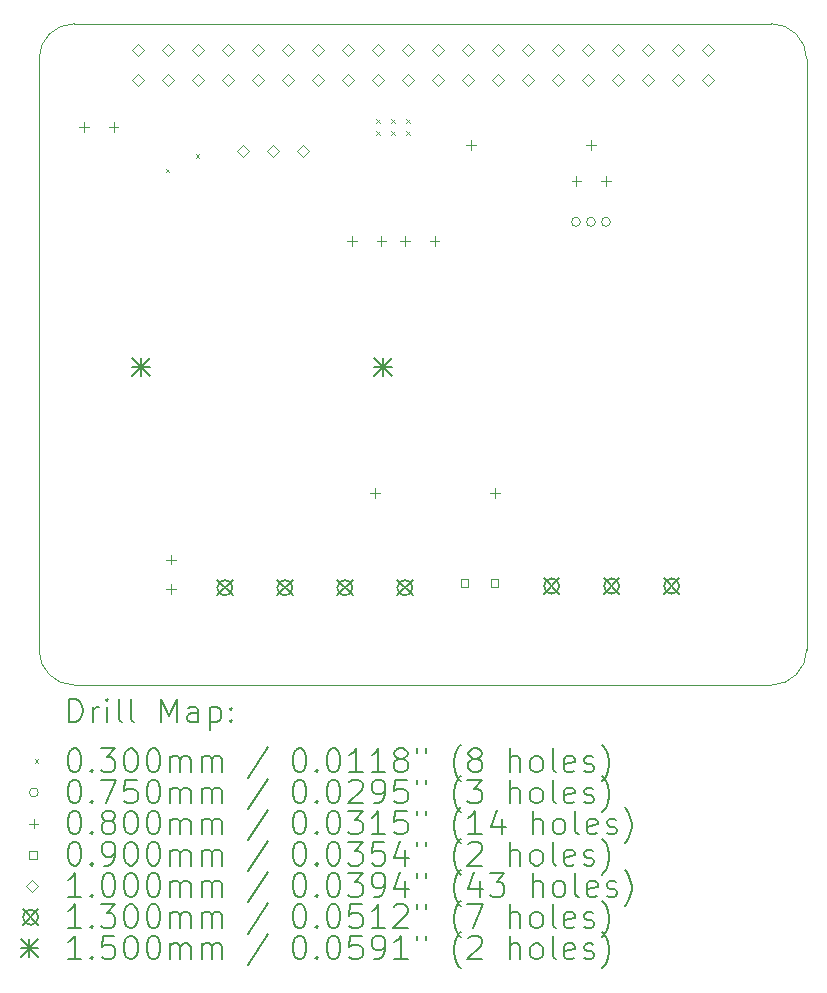
<source format=gbr>
%TF.GenerationSoftware,KiCad,Pcbnew,8.0.4*%
%TF.CreationDate,2024-07-21T17:31:19-07:00*%
%TF.ProjectId,RPi_RTC_Interface,5250695f-5254-4435-9f49-6e7465726661,V1.0*%
%TF.SameCoordinates,Original*%
%TF.FileFunction,Drillmap*%
%TF.FilePolarity,Positive*%
%FSLAX45Y45*%
G04 Gerber Fmt 4.5, Leading zero omitted, Abs format (unit mm)*
G04 Created by KiCad (PCBNEW 8.0.4) date 2024-07-21 17:31:19*
%MOMM*%
%LPD*%
G01*
G04 APERTURE LIST*
%ADD10C,0.100000*%
%ADD11C,0.200000*%
%ADD12C,0.130000*%
%ADD13C,0.150000*%
G04 APERTURE END LIST*
D10*
X12011000Y-13910000D02*
G75*
G02*
X11711000Y-13610000I0J300000D01*
G01*
X18211000Y-13610000D02*
G75*
G02*
X17911000Y-13910000I-300000J0D01*
G01*
X11711000Y-8610000D02*
G75*
G02*
X12011000Y-8310000I300000J0D01*
G01*
X12011000Y-8310000D02*
X17911000Y-8310000D01*
X17911000Y-8310000D02*
G75*
G02*
X18211000Y-8610000I0J-300000D01*
G01*
X12011000Y-13910000D02*
X17911000Y-13910000D01*
X18211000Y-8610000D02*
X18211000Y-13610000D01*
X11711000Y-8610000D02*
X11711000Y-13610000D01*
D11*
D10*
X12786600Y-9538800D02*
X12816600Y-9568800D01*
X12816600Y-9538800D02*
X12786600Y-9568800D01*
X13040600Y-9413800D02*
X13070600Y-9443800D01*
X13070600Y-9413800D02*
X13040600Y-9443800D01*
X14566200Y-9119800D02*
X14596200Y-9149800D01*
X14596200Y-9119800D02*
X14566200Y-9149800D01*
X14566200Y-9221400D02*
X14596200Y-9251400D01*
X14596200Y-9221400D02*
X14566200Y-9251400D01*
X14693200Y-9119800D02*
X14723200Y-9149800D01*
X14723200Y-9119800D02*
X14693200Y-9149800D01*
X14693200Y-9221400D02*
X14723200Y-9251400D01*
X14723200Y-9221400D02*
X14693200Y-9251400D01*
X14820200Y-9119800D02*
X14850200Y-9149800D01*
X14850200Y-9119800D02*
X14820200Y-9149800D01*
X14820200Y-9221400D02*
X14850200Y-9251400D01*
X14850200Y-9221400D02*
X14820200Y-9251400D01*
X16295100Y-9987800D02*
G75*
G02*
X16220100Y-9987800I-37500J0D01*
G01*
X16220100Y-9987800D02*
G75*
G02*
X16295100Y-9987800I37500J0D01*
G01*
X16422100Y-9987800D02*
G75*
G02*
X16347100Y-9987800I-37500J0D01*
G01*
X16347100Y-9987800D02*
G75*
G02*
X16422100Y-9987800I37500J0D01*
G01*
X16549100Y-9987800D02*
G75*
G02*
X16474100Y-9987800I-37500J0D01*
G01*
X16474100Y-9987800D02*
G75*
G02*
X16549100Y-9987800I37500J0D01*
G01*
X12094000Y-9145600D02*
X12094000Y-9225600D01*
X12054000Y-9185600D02*
X12134000Y-9185600D01*
X12344000Y-9145600D02*
X12344000Y-9225600D01*
X12304000Y-9185600D02*
X12384000Y-9185600D01*
X12828600Y-12807200D02*
X12828600Y-12887200D01*
X12788600Y-12847200D02*
X12868600Y-12847200D01*
X12828600Y-13057200D02*
X12828600Y-13137200D01*
X12788600Y-13097200D02*
X12868600Y-13097200D01*
X14361000Y-10110800D02*
X14361000Y-10190800D01*
X14321000Y-10150800D02*
X14401000Y-10150800D01*
X14555800Y-12244400D02*
X14555800Y-12324400D01*
X14515800Y-12284400D02*
X14595800Y-12284400D01*
X14611000Y-10110800D02*
X14611000Y-10190800D01*
X14571000Y-10150800D02*
X14651000Y-10150800D01*
X14811000Y-10110800D02*
X14811000Y-10190800D01*
X14771000Y-10150800D02*
X14851000Y-10150800D01*
X15061000Y-10110800D02*
X15061000Y-10190800D01*
X15021000Y-10150800D02*
X15101000Y-10150800D01*
X15368600Y-9298000D02*
X15368600Y-9378000D01*
X15328600Y-9338000D02*
X15408600Y-9338000D01*
X15571800Y-12244400D02*
X15571800Y-12324400D01*
X15531800Y-12284400D02*
X15611800Y-12284400D01*
X16261600Y-9602800D02*
X16261600Y-9682800D01*
X16221600Y-9642800D02*
X16301600Y-9642800D01*
X16384600Y-9298000D02*
X16384600Y-9378000D01*
X16344600Y-9338000D02*
X16424600Y-9338000D01*
X16511600Y-9602800D02*
X16511600Y-9682800D01*
X16471600Y-9642800D02*
X16551600Y-9642800D01*
X15348020Y-13078220D02*
X15348020Y-13014580D01*
X15284380Y-13014580D01*
X15284380Y-13078220D01*
X15348020Y-13078220D01*
X15602020Y-13078220D02*
X15602020Y-13014580D01*
X15538380Y-13014580D01*
X15538380Y-13078220D01*
X15602020Y-13078220D01*
X12547600Y-8584400D02*
X12597600Y-8534400D01*
X12547600Y-8484400D01*
X12497600Y-8534400D01*
X12547600Y-8584400D01*
X12547600Y-8838400D02*
X12597600Y-8788400D01*
X12547600Y-8738400D01*
X12497600Y-8788400D01*
X12547600Y-8838400D01*
X12801600Y-8584400D02*
X12851600Y-8534400D01*
X12801600Y-8484400D01*
X12751600Y-8534400D01*
X12801600Y-8584400D01*
X12801600Y-8838400D02*
X12851600Y-8788400D01*
X12801600Y-8738400D01*
X12751600Y-8788400D01*
X12801600Y-8838400D01*
X13055600Y-8584400D02*
X13105600Y-8534400D01*
X13055600Y-8484400D01*
X13005600Y-8534400D01*
X13055600Y-8584400D01*
X13055600Y-8838400D02*
X13105600Y-8788400D01*
X13055600Y-8738400D01*
X13005600Y-8788400D01*
X13055600Y-8838400D01*
X13309600Y-8584400D02*
X13359600Y-8534400D01*
X13309600Y-8484400D01*
X13259600Y-8534400D01*
X13309600Y-8584400D01*
X13309600Y-8838400D02*
X13359600Y-8788400D01*
X13309600Y-8738400D01*
X13259600Y-8788400D01*
X13309600Y-8838400D01*
X13436700Y-9438800D02*
X13486700Y-9388800D01*
X13436700Y-9338800D01*
X13386700Y-9388800D01*
X13436700Y-9438800D01*
X13563600Y-8584400D02*
X13613600Y-8534400D01*
X13563600Y-8484400D01*
X13513600Y-8534400D01*
X13563600Y-8584400D01*
X13563600Y-8838400D02*
X13613600Y-8788400D01*
X13563600Y-8738400D01*
X13513600Y-8788400D01*
X13563600Y-8838400D01*
X13690700Y-9438800D02*
X13740700Y-9388800D01*
X13690700Y-9338800D01*
X13640700Y-9388800D01*
X13690700Y-9438800D01*
X13817600Y-8584400D02*
X13867600Y-8534400D01*
X13817600Y-8484400D01*
X13767600Y-8534400D01*
X13817600Y-8584400D01*
X13817600Y-8838400D02*
X13867600Y-8788400D01*
X13817600Y-8738400D01*
X13767600Y-8788400D01*
X13817600Y-8838400D01*
X13944700Y-9438800D02*
X13994700Y-9388800D01*
X13944700Y-9338800D01*
X13894700Y-9388800D01*
X13944700Y-9438800D01*
X14071600Y-8584400D02*
X14121600Y-8534400D01*
X14071600Y-8484400D01*
X14021600Y-8534400D01*
X14071600Y-8584400D01*
X14071600Y-8838400D02*
X14121600Y-8788400D01*
X14071600Y-8738400D01*
X14021600Y-8788400D01*
X14071600Y-8838400D01*
X14325600Y-8584400D02*
X14375600Y-8534400D01*
X14325600Y-8484400D01*
X14275600Y-8534400D01*
X14325600Y-8584400D01*
X14325600Y-8838400D02*
X14375600Y-8788400D01*
X14325600Y-8738400D01*
X14275600Y-8788400D01*
X14325600Y-8838400D01*
X14579600Y-8584400D02*
X14629600Y-8534400D01*
X14579600Y-8484400D01*
X14529600Y-8534400D01*
X14579600Y-8584400D01*
X14579600Y-8838400D02*
X14629600Y-8788400D01*
X14579600Y-8738400D01*
X14529600Y-8788400D01*
X14579600Y-8838400D01*
X14833600Y-8584400D02*
X14883600Y-8534400D01*
X14833600Y-8484400D01*
X14783600Y-8534400D01*
X14833600Y-8584400D01*
X14833600Y-8838400D02*
X14883600Y-8788400D01*
X14833600Y-8738400D01*
X14783600Y-8788400D01*
X14833600Y-8838400D01*
X15087600Y-8584400D02*
X15137600Y-8534400D01*
X15087600Y-8484400D01*
X15037600Y-8534400D01*
X15087600Y-8584400D01*
X15087600Y-8838400D02*
X15137600Y-8788400D01*
X15087600Y-8738400D01*
X15037600Y-8788400D01*
X15087600Y-8838400D01*
X15341600Y-8584400D02*
X15391600Y-8534400D01*
X15341600Y-8484400D01*
X15291600Y-8534400D01*
X15341600Y-8584400D01*
X15341600Y-8838400D02*
X15391600Y-8788400D01*
X15341600Y-8738400D01*
X15291600Y-8788400D01*
X15341600Y-8838400D01*
X15595600Y-8584400D02*
X15645600Y-8534400D01*
X15595600Y-8484400D01*
X15545600Y-8534400D01*
X15595600Y-8584400D01*
X15595600Y-8838400D02*
X15645600Y-8788400D01*
X15595600Y-8738400D01*
X15545600Y-8788400D01*
X15595600Y-8838400D01*
X15849600Y-8584400D02*
X15899600Y-8534400D01*
X15849600Y-8484400D01*
X15799600Y-8534400D01*
X15849600Y-8584400D01*
X15849600Y-8838400D02*
X15899600Y-8788400D01*
X15849600Y-8738400D01*
X15799600Y-8788400D01*
X15849600Y-8838400D01*
X16103600Y-8584400D02*
X16153600Y-8534400D01*
X16103600Y-8484400D01*
X16053600Y-8534400D01*
X16103600Y-8584400D01*
X16103600Y-8838400D02*
X16153600Y-8788400D01*
X16103600Y-8738400D01*
X16053600Y-8788400D01*
X16103600Y-8838400D01*
X16357600Y-8584400D02*
X16407600Y-8534400D01*
X16357600Y-8484400D01*
X16307600Y-8534400D01*
X16357600Y-8584400D01*
X16357600Y-8838400D02*
X16407600Y-8788400D01*
X16357600Y-8738400D01*
X16307600Y-8788400D01*
X16357600Y-8838400D01*
X16611600Y-8584400D02*
X16661600Y-8534400D01*
X16611600Y-8484400D01*
X16561600Y-8534400D01*
X16611600Y-8584400D01*
X16611600Y-8838400D02*
X16661600Y-8788400D01*
X16611600Y-8738400D01*
X16561600Y-8788400D01*
X16611600Y-8838400D01*
X16865600Y-8584400D02*
X16915600Y-8534400D01*
X16865600Y-8484400D01*
X16815600Y-8534400D01*
X16865600Y-8584400D01*
X16865600Y-8838400D02*
X16915600Y-8788400D01*
X16865600Y-8738400D01*
X16815600Y-8788400D01*
X16865600Y-8838400D01*
X17119600Y-8584400D02*
X17169600Y-8534400D01*
X17119600Y-8484400D01*
X17069600Y-8534400D01*
X17119600Y-8584400D01*
X17119600Y-8838400D02*
X17169600Y-8788400D01*
X17119600Y-8738400D01*
X17069600Y-8788400D01*
X17119600Y-8838400D01*
X17373600Y-8584400D02*
X17423600Y-8534400D01*
X17373600Y-8484400D01*
X17323600Y-8534400D01*
X17373600Y-8584400D01*
X17373600Y-8838400D02*
X17423600Y-8788400D01*
X17373600Y-8738400D01*
X17323600Y-8788400D01*
X17373600Y-8838400D01*
D12*
X13220800Y-13021100D02*
X13350800Y-13151100D01*
X13350800Y-13021100D02*
X13220800Y-13151100D01*
X13350800Y-13086100D02*
G75*
G02*
X13220800Y-13086100I-65000J0D01*
G01*
X13220800Y-13086100D02*
G75*
G02*
X13350800Y-13086100I65000J0D01*
G01*
X13728800Y-13021100D02*
X13858800Y-13151100D01*
X13858800Y-13021100D02*
X13728800Y-13151100D01*
X13858800Y-13086100D02*
G75*
G02*
X13728800Y-13086100I-65000J0D01*
G01*
X13728800Y-13086100D02*
G75*
G02*
X13858800Y-13086100I65000J0D01*
G01*
X14236800Y-13021100D02*
X14366800Y-13151100D01*
X14366800Y-13021100D02*
X14236800Y-13151100D01*
X14366800Y-13086100D02*
G75*
G02*
X14236800Y-13086100I-65000J0D01*
G01*
X14236800Y-13086100D02*
G75*
G02*
X14366800Y-13086100I65000J0D01*
G01*
X14744800Y-13021100D02*
X14874800Y-13151100D01*
X14874800Y-13021100D02*
X14744800Y-13151100D01*
X14874800Y-13086100D02*
G75*
G02*
X14744800Y-13086100I-65000J0D01*
G01*
X14744800Y-13086100D02*
G75*
G02*
X14874800Y-13086100I65000J0D01*
G01*
X15987300Y-13006800D02*
X16117300Y-13136800D01*
X16117300Y-13006800D02*
X15987300Y-13136800D01*
X16117300Y-13071800D02*
G75*
G02*
X15987300Y-13071800I-65000J0D01*
G01*
X15987300Y-13071800D02*
G75*
G02*
X16117300Y-13071800I65000J0D01*
G01*
X16495300Y-13006800D02*
X16625300Y-13136800D01*
X16625300Y-13006800D02*
X16495300Y-13136800D01*
X16625300Y-13071800D02*
G75*
G02*
X16495300Y-13071800I-65000J0D01*
G01*
X16495300Y-13071800D02*
G75*
G02*
X16625300Y-13071800I65000J0D01*
G01*
X17003300Y-13006800D02*
X17133300Y-13136800D01*
X17133300Y-13006800D02*
X17003300Y-13136800D01*
X17133300Y-13071800D02*
G75*
G02*
X17003300Y-13071800I-65000J0D01*
G01*
X17003300Y-13071800D02*
G75*
G02*
X17133300Y-13071800I65000J0D01*
G01*
D13*
X12499600Y-11142600D02*
X12649600Y-11292600D01*
X12649600Y-11142600D02*
X12499600Y-11292600D01*
X12574600Y-11142600D02*
X12574600Y-11292600D01*
X12499600Y-11217600D02*
X12649600Y-11217600D01*
X14548600Y-11142600D02*
X14698600Y-11292600D01*
X14698600Y-11142600D02*
X14548600Y-11292600D01*
X14623600Y-11142600D02*
X14623600Y-11292600D01*
X14548600Y-11217600D02*
X14698600Y-11217600D01*
D11*
X11966777Y-14226484D02*
X11966777Y-14026484D01*
X11966777Y-14026484D02*
X12014396Y-14026484D01*
X12014396Y-14026484D02*
X12042967Y-14036008D01*
X12042967Y-14036008D02*
X12062015Y-14055055D01*
X12062015Y-14055055D02*
X12071539Y-14074103D01*
X12071539Y-14074103D02*
X12081062Y-14112198D01*
X12081062Y-14112198D02*
X12081062Y-14140769D01*
X12081062Y-14140769D02*
X12071539Y-14178865D01*
X12071539Y-14178865D02*
X12062015Y-14197912D01*
X12062015Y-14197912D02*
X12042967Y-14216960D01*
X12042967Y-14216960D02*
X12014396Y-14226484D01*
X12014396Y-14226484D02*
X11966777Y-14226484D01*
X12166777Y-14226484D02*
X12166777Y-14093150D01*
X12166777Y-14131246D02*
X12176301Y-14112198D01*
X12176301Y-14112198D02*
X12185824Y-14102674D01*
X12185824Y-14102674D02*
X12204872Y-14093150D01*
X12204872Y-14093150D02*
X12223920Y-14093150D01*
X12290586Y-14226484D02*
X12290586Y-14093150D01*
X12290586Y-14026484D02*
X12281062Y-14036008D01*
X12281062Y-14036008D02*
X12290586Y-14045531D01*
X12290586Y-14045531D02*
X12300110Y-14036008D01*
X12300110Y-14036008D02*
X12290586Y-14026484D01*
X12290586Y-14026484D02*
X12290586Y-14045531D01*
X12414396Y-14226484D02*
X12395348Y-14216960D01*
X12395348Y-14216960D02*
X12385824Y-14197912D01*
X12385824Y-14197912D02*
X12385824Y-14026484D01*
X12519158Y-14226484D02*
X12500110Y-14216960D01*
X12500110Y-14216960D02*
X12490586Y-14197912D01*
X12490586Y-14197912D02*
X12490586Y-14026484D01*
X12747729Y-14226484D02*
X12747729Y-14026484D01*
X12747729Y-14026484D02*
X12814396Y-14169341D01*
X12814396Y-14169341D02*
X12881062Y-14026484D01*
X12881062Y-14026484D02*
X12881062Y-14226484D01*
X13062015Y-14226484D02*
X13062015Y-14121722D01*
X13062015Y-14121722D02*
X13052491Y-14102674D01*
X13052491Y-14102674D02*
X13033443Y-14093150D01*
X13033443Y-14093150D02*
X12995348Y-14093150D01*
X12995348Y-14093150D02*
X12976301Y-14102674D01*
X13062015Y-14216960D02*
X13042967Y-14226484D01*
X13042967Y-14226484D02*
X12995348Y-14226484D01*
X12995348Y-14226484D02*
X12976301Y-14216960D01*
X12976301Y-14216960D02*
X12966777Y-14197912D01*
X12966777Y-14197912D02*
X12966777Y-14178865D01*
X12966777Y-14178865D02*
X12976301Y-14159817D01*
X12976301Y-14159817D02*
X12995348Y-14150293D01*
X12995348Y-14150293D02*
X13042967Y-14150293D01*
X13042967Y-14150293D02*
X13062015Y-14140769D01*
X13157253Y-14093150D02*
X13157253Y-14293150D01*
X13157253Y-14102674D02*
X13176301Y-14093150D01*
X13176301Y-14093150D02*
X13214396Y-14093150D01*
X13214396Y-14093150D02*
X13233443Y-14102674D01*
X13233443Y-14102674D02*
X13242967Y-14112198D01*
X13242967Y-14112198D02*
X13252491Y-14131246D01*
X13252491Y-14131246D02*
X13252491Y-14188388D01*
X13252491Y-14188388D02*
X13242967Y-14207436D01*
X13242967Y-14207436D02*
X13233443Y-14216960D01*
X13233443Y-14216960D02*
X13214396Y-14226484D01*
X13214396Y-14226484D02*
X13176301Y-14226484D01*
X13176301Y-14226484D02*
X13157253Y-14216960D01*
X13338205Y-14207436D02*
X13347729Y-14216960D01*
X13347729Y-14216960D02*
X13338205Y-14226484D01*
X13338205Y-14226484D02*
X13328682Y-14216960D01*
X13328682Y-14216960D02*
X13338205Y-14207436D01*
X13338205Y-14207436D02*
X13338205Y-14226484D01*
X13338205Y-14102674D02*
X13347729Y-14112198D01*
X13347729Y-14112198D02*
X13338205Y-14121722D01*
X13338205Y-14121722D02*
X13328682Y-14112198D01*
X13328682Y-14112198D02*
X13338205Y-14102674D01*
X13338205Y-14102674D02*
X13338205Y-14121722D01*
D10*
X11676000Y-14540000D02*
X11706000Y-14570000D01*
X11706000Y-14540000D02*
X11676000Y-14570000D01*
D11*
X12004872Y-14446484D02*
X12023920Y-14446484D01*
X12023920Y-14446484D02*
X12042967Y-14456008D01*
X12042967Y-14456008D02*
X12052491Y-14465531D01*
X12052491Y-14465531D02*
X12062015Y-14484579D01*
X12062015Y-14484579D02*
X12071539Y-14522674D01*
X12071539Y-14522674D02*
X12071539Y-14570293D01*
X12071539Y-14570293D02*
X12062015Y-14608388D01*
X12062015Y-14608388D02*
X12052491Y-14627436D01*
X12052491Y-14627436D02*
X12042967Y-14636960D01*
X12042967Y-14636960D02*
X12023920Y-14646484D01*
X12023920Y-14646484D02*
X12004872Y-14646484D01*
X12004872Y-14646484D02*
X11985824Y-14636960D01*
X11985824Y-14636960D02*
X11976301Y-14627436D01*
X11976301Y-14627436D02*
X11966777Y-14608388D01*
X11966777Y-14608388D02*
X11957253Y-14570293D01*
X11957253Y-14570293D02*
X11957253Y-14522674D01*
X11957253Y-14522674D02*
X11966777Y-14484579D01*
X11966777Y-14484579D02*
X11976301Y-14465531D01*
X11976301Y-14465531D02*
X11985824Y-14456008D01*
X11985824Y-14456008D02*
X12004872Y-14446484D01*
X12157253Y-14627436D02*
X12166777Y-14636960D01*
X12166777Y-14636960D02*
X12157253Y-14646484D01*
X12157253Y-14646484D02*
X12147729Y-14636960D01*
X12147729Y-14636960D02*
X12157253Y-14627436D01*
X12157253Y-14627436D02*
X12157253Y-14646484D01*
X12233443Y-14446484D02*
X12357253Y-14446484D01*
X12357253Y-14446484D02*
X12290586Y-14522674D01*
X12290586Y-14522674D02*
X12319158Y-14522674D01*
X12319158Y-14522674D02*
X12338205Y-14532198D01*
X12338205Y-14532198D02*
X12347729Y-14541722D01*
X12347729Y-14541722D02*
X12357253Y-14560769D01*
X12357253Y-14560769D02*
X12357253Y-14608388D01*
X12357253Y-14608388D02*
X12347729Y-14627436D01*
X12347729Y-14627436D02*
X12338205Y-14636960D01*
X12338205Y-14636960D02*
X12319158Y-14646484D01*
X12319158Y-14646484D02*
X12262015Y-14646484D01*
X12262015Y-14646484D02*
X12242967Y-14636960D01*
X12242967Y-14636960D02*
X12233443Y-14627436D01*
X12481062Y-14446484D02*
X12500110Y-14446484D01*
X12500110Y-14446484D02*
X12519158Y-14456008D01*
X12519158Y-14456008D02*
X12528682Y-14465531D01*
X12528682Y-14465531D02*
X12538205Y-14484579D01*
X12538205Y-14484579D02*
X12547729Y-14522674D01*
X12547729Y-14522674D02*
X12547729Y-14570293D01*
X12547729Y-14570293D02*
X12538205Y-14608388D01*
X12538205Y-14608388D02*
X12528682Y-14627436D01*
X12528682Y-14627436D02*
X12519158Y-14636960D01*
X12519158Y-14636960D02*
X12500110Y-14646484D01*
X12500110Y-14646484D02*
X12481062Y-14646484D01*
X12481062Y-14646484D02*
X12462015Y-14636960D01*
X12462015Y-14636960D02*
X12452491Y-14627436D01*
X12452491Y-14627436D02*
X12442967Y-14608388D01*
X12442967Y-14608388D02*
X12433443Y-14570293D01*
X12433443Y-14570293D02*
X12433443Y-14522674D01*
X12433443Y-14522674D02*
X12442967Y-14484579D01*
X12442967Y-14484579D02*
X12452491Y-14465531D01*
X12452491Y-14465531D02*
X12462015Y-14456008D01*
X12462015Y-14456008D02*
X12481062Y-14446484D01*
X12671539Y-14446484D02*
X12690586Y-14446484D01*
X12690586Y-14446484D02*
X12709634Y-14456008D01*
X12709634Y-14456008D02*
X12719158Y-14465531D01*
X12719158Y-14465531D02*
X12728682Y-14484579D01*
X12728682Y-14484579D02*
X12738205Y-14522674D01*
X12738205Y-14522674D02*
X12738205Y-14570293D01*
X12738205Y-14570293D02*
X12728682Y-14608388D01*
X12728682Y-14608388D02*
X12719158Y-14627436D01*
X12719158Y-14627436D02*
X12709634Y-14636960D01*
X12709634Y-14636960D02*
X12690586Y-14646484D01*
X12690586Y-14646484D02*
X12671539Y-14646484D01*
X12671539Y-14646484D02*
X12652491Y-14636960D01*
X12652491Y-14636960D02*
X12642967Y-14627436D01*
X12642967Y-14627436D02*
X12633443Y-14608388D01*
X12633443Y-14608388D02*
X12623920Y-14570293D01*
X12623920Y-14570293D02*
X12623920Y-14522674D01*
X12623920Y-14522674D02*
X12633443Y-14484579D01*
X12633443Y-14484579D02*
X12642967Y-14465531D01*
X12642967Y-14465531D02*
X12652491Y-14456008D01*
X12652491Y-14456008D02*
X12671539Y-14446484D01*
X12823920Y-14646484D02*
X12823920Y-14513150D01*
X12823920Y-14532198D02*
X12833443Y-14522674D01*
X12833443Y-14522674D02*
X12852491Y-14513150D01*
X12852491Y-14513150D02*
X12881063Y-14513150D01*
X12881063Y-14513150D02*
X12900110Y-14522674D01*
X12900110Y-14522674D02*
X12909634Y-14541722D01*
X12909634Y-14541722D02*
X12909634Y-14646484D01*
X12909634Y-14541722D02*
X12919158Y-14522674D01*
X12919158Y-14522674D02*
X12938205Y-14513150D01*
X12938205Y-14513150D02*
X12966777Y-14513150D01*
X12966777Y-14513150D02*
X12985824Y-14522674D01*
X12985824Y-14522674D02*
X12995348Y-14541722D01*
X12995348Y-14541722D02*
X12995348Y-14646484D01*
X13090586Y-14646484D02*
X13090586Y-14513150D01*
X13090586Y-14532198D02*
X13100110Y-14522674D01*
X13100110Y-14522674D02*
X13119158Y-14513150D01*
X13119158Y-14513150D02*
X13147729Y-14513150D01*
X13147729Y-14513150D02*
X13166777Y-14522674D01*
X13166777Y-14522674D02*
X13176301Y-14541722D01*
X13176301Y-14541722D02*
X13176301Y-14646484D01*
X13176301Y-14541722D02*
X13185824Y-14522674D01*
X13185824Y-14522674D02*
X13204872Y-14513150D01*
X13204872Y-14513150D02*
X13233443Y-14513150D01*
X13233443Y-14513150D02*
X13252491Y-14522674D01*
X13252491Y-14522674D02*
X13262015Y-14541722D01*
X13262015Y-14541722D02*
X13262015Y-14646484D01*
X13652491Y-14436960D02*
X13481063Y-14694103D01*
X13909634Y-14446484D02*
X13928682Y-14446484D01*
X13928682Y-14446484D02*
X13947729Y-14456008D01*
X13947729Y-14456008D02*
X13957253Y-14465531D01*
X13957253Y-14465531D02*
X13966777Y-14484579D01*
X13966777Y-14484579D02*
X13976301Y-14522674D01*
X13976301Y-14522674D02*
X13976301Y-14570293D01*
X13976301Y-14570293D02*
X13966777Y-14608388D01*
X13966777Y-14608388D02*
X13957253Y-14627436D01*
X13957253Y-14627436D02*
X13947729Y-14636960D01*
X13947729Y-14636960D02*
X13928682Y-14646484D01*
X13928682Y-14646484D02*
X13909634Y-14646484D01*
X13909634Y-14646484D02*
X13890586Y-14636960D01*
X13890586Y-14636960D02*
X13881063Y-14627436D01*
X13881063Y-14627436D02*
X13871539Y-14608388D01*
X13871539Y-14608388D02*
X13862015Y-14570293D01*
X13862015Y-14570293D02*
X13862015Y-14522674D01*
X13862015Y-14522674D02*
X13871539Y-14484579D01*
X13871539Y-14484579D02*
X13881063Y-14465531D01*
X13881063Y-14465531D02*
X13890586Y-14456008D01*
X13890586Y-14456008D02*
X13909634Y-14446484D01*
X14062015Y-14627436D02*
X14071539Y-14636960D01*
X14071539Y-14636960D02*
X14062015Y-14646484D01*
X14062015Y-14646484D02*
X14052491Y-14636960D01*
X14052491Y-14636960D02*
X14062015Y-14627436D01*
X14062015Y-14627436D02*
X14062015Y-14646484D01*
X14195348Y-14446484D02*
X14214396Y-14446484D01*
X14214396Y-14446484D02*
X14233444Y-14456008D01*
X14233444Y-14456008D02*
X14242967Y-14465531D01*
X14242967Y-14465531D02*
X14252491Y-14484579D01*
X14252491Y-14484579D02*
X14262015Y-14522674D01*
X14262015Y-14522674D02*
X14262015Y-14570293D01*
X14262015Y-14570293D02*
X14252491Y-14608388D01*
X14252491Y-14608388D02*
X14242967Y-14627436D01*
X14242967Y-14627436D02*
X14233444Y-14636960D01*
X14233444Y-14636960D02*
X14214396Y-14646484D01*
X14214396Y-14646484D02*
X14195348Y-14646484D01*
X14195348Y-14646484D02*
X14176301Y-14636960D01*
X14176301Y-14636960D02*
X14166777Y-14627436D01*
X14166777Y-14627436D02*
X14157253Y-14608388D01*
X14157253Y-14608388D02*
X14147729Y-14570293D01*
X14147729Y-14570293D02*
X14147729Y-14522674D01*
X14147729Y-14522674D02*
X14157253Y-14484579D01*
X14157253Y-14484579D02*
X14166777Y-14465531D01*
X14166777Y-14465531D02*
X14176301Y-14456008D01*
X14176301Y-14456008D02*
X14195348Y-14446484D01*
X14452491Y-14646484D02*
X14338206Y-14646484D01*
X14395348Y-14646484D02*
X14395348Y-14446484D01*
X14395348Y-14446484D02*
X14376301Y-14475055D01*
X14376301Y-14475055D02*
X14357253Y-14494103D01*
X14357253Y-14494103D02*
X14338206Y-14503627D01*
X14642967Y-14646484D02*
X14528682Y-14646484D01*
X14585825Y-14646484D02*
X14585825Y-14446484D01*
X14585825Y-14446484D02*
X14566777Y-14475055D01*
X14566777Y-14475055D02*
X14547729Y-14494103D01*
X14547729Y-14494103D02*
X14528682Y-14503627D01*
X14757253Y-14532198D02*
X14738206Y-14522674D01*
X14738206Y-14522674D02*
X14728682Y-14513150D01*
X14728682Y-14513150D02*
X14719158Y-14494103D01*
X14719158Y-14494103D02*
X14719158Y-14484579D01*
X14719158Y-14484579D02*
X14728682Y-14465531D01*
X14728682Y-14465531D02*
X14738206Y-14456008D01*
X14738206Y-14456008D02*
X14757253Y-14446484D01*
X14757253Y-14446484D02*
X14795348Y-14446484D01*
X14795348Y-14446484D02*
X14814396Y-14456008D01*
X14814396Y-14456008D02*
X14823920Y-14465531D01*
X14823920Y-14465531D02*
X14833444Y-14484579D01*
X14833444Y-14484579D02*
X14833444Y-14494103D01*
X14833444Y-14494103D02*
X14823920Y-14513150D01*
X14823920Y-14513150D02*
X14814396Y-14522674D01*
X14814396Y-14522674D02*
X14795348Y-14532198D01*
X14795348Y-14532198D02*
X14757253Y-14532198D01*
X14757253Y-14532198D02*
X14738206Y-14541722D01*
X14738206Y-14541722D02*
X14728682Y-14551246D01*
X14728682Y-14551246D02*
X14719158Y-14570293D01*
X14719158Y-14570293D02*
X14719158Y-14608388D01*
X14719158Y-14608388D02*
X14728682Y-14627436D01*
X14728682Y-14627436D02*
X14738206Y-14636960D01*
X14738206Y-14636960D02*
X14757253Y-14646484D01*
X14757253Y-14646484D02*
X14795348Y-14646484D01*
X14795348Y-14646484D02*
X14814396Y-14636960D01*
X14814396Y-14636960D02*
X14823920Y-14627436D01*
X14823920Y-14627436D02*
X14833444Y-14608388D01*
X14833444Y-14608388D02*
X14833444Y-14570293D01*
X14833444Y-14570293D02*
X14823920Y-14551246D01*
X14823920Y-14551246D02*
X14814396Y-14541722D01*
X14814396Y-14541722D02*
X14795348Y-14532198D01*
X14909634Y-14446484D02*
X14909634Y-14484579D01*
X14985825Y-14446484D02*
X14985825Y-14484579D01*
X15281063Y-14722674D02*
X15271539Y-14713150D01*
X15271539Y-14713150D02*
X15252491Y-14684579D01*
X15252491Y-14684579D02*
X15242968Y-14665531D01*
X15242968Y-14665531D02*
X15233444Y-14636960D01*
X15233444Y-14636960D02*
X15223920Y-14589341D01*
X15223920Y-14589341D02*
X15223920Y-14551246D01*
X15223920Y-14551246D02*
X15233444Y-14503627D01*
X15233444Y-14503627D02*
X15242968Y-14475055D01*
X15242968Y-14475055D02*
X15252491Y-14456008D01*
X15252491Y-14456008D02*
X15271539Y-14427436D01*
X15271539Y-14427436D02*
X15281063Y-14417912D01*
X15385825Y-14532198D02*
X15366777Y-14522674D01*
X15366777Y-14522674D02*
X15357253Y-14513150D01*
X15357253Y-14513150D02*
X15347729Y-14494103D01*
X15347729Y-14494103D02*
X15347729Y-14484579D01*
X15347729Y-14484579D02*
X15357253Y-14465531D01*
X15357253Y-14465531D02*
X15366777Y-14456008D01*
X15366777Y-14456008D02*
X15385825Y-14446484D01*
X15385825Y-14446484D02*
X15423920Y-14446484D01*
X15423920Y-14446484D02*
X15442968Y-14456008D01*
X15442968Y-14456008D02*
X15452491Y-14465531D01*
X15452491Y-14465531D02*
X15462015Y-14484579D01*
X15462015Y-14484579D02*
X15462015Y-14494103D01*
X15462015Y-14494103D02*
X15452491Y-14513150D01*
X15452491Y-14513150D02*
X15442968Y-14522674D01*
X15442968Y-14522674D02*
X15423920Y-14532198D01*
X15423920Y-14532198D02*
X15385825Y-14532198D01*
X15385825Y-14532198D02*
X15366777Y-14541722D01*
X15366777Y-14541722D02*
X15357253Y-14551246D01*
X15357253Y-14551246D02*
X15347729Y-14570293D01*
X15347729Y-14570293D02*
X15347729Y-14608388D01*
X15347729Y-14608388D02*
X15357253Y-14627436D01*
X15357253Y-14627436D02*
X15366777Y-14636960D01*
X15366777Y-14636960D02*
X15385825Y-14646484D01*
X15385825Y-14646484D02*
X15423920Y-14646484D01*
X15423920Y-14646484D02*
X15442968Y-14636960D01*
X15442968Y-14636960D02*
X15452491Y-14627436D01*
X15452491Y-14627436D02*
X15462015Y-14608388D01*
X15462015Y-14608388D02*
X15462015Y-14570293D01*
X15462015Y-14570293D02*
X15452491Y-14551246D01*
X15452491Y-14551246D02*
X15442968Y-14541722D01*
X15442968Y-14541722D02*
X15423920Y-14532198D01*
X15700110Y-14646484D02*
X15700110Y-14446484D01*
X15785825Y-14646484D02*
X15785825Y-14541722D01*
X15785825Y-14541722D02*
X15776301Y-14522674D01*
X15776301Y-14522674D02*
X15757253Y-14513150D01*
X15757253Y-14513150D02*
X15728682Y-14513150D01*
X15728682Y-14513150D02*
X15709634Y-14522674D01*
X15709634Y-14522674D02*
X15700110Y-14532198D01*
X15909634Y-14646484D02*
X15890587Y-14636960D01*
X15890587Y-14636960D02*
X15881063Y-14627436D01*
X15881063Y-14627436D02*
X15871539Y-14608388D01*
X15871539Y-14608388D02*
X15871539Y-14551246D01*
X15871539Y-14551246D02*
X15881063Y-14532198D01*
X15881063Y-14532198D02*
X15890587Y-14522674D01*
X15890587Y-14522674D02*
X15909634Y-14513150D01*
X15909634Y-14513150D02*
X15938206Y-14513150D01*
X15938206Y-14513150D02*
X15957253Y-14522674D01*
X15957253Y-14522674D02*
X15966777Y-14532198D01*
X15966777Y-14532198D02*
X15976301Y-14551246D01*
X15976301Y-14551246D02*
X15976301Y-14608388D01*
X15976301Y-14608388D02*
X15966777Y-14627436D01*
X15966777Y-14627436D02*
X15957253Y-14636960D01*
X15957253Y-14636960D02*
X15938206Y-14646484D01*
X15938206Y-14646484D02*
X15909634Y-14646484D01*
X16090587Y-14646484D02*
X16071539Y-14636960D01*
X16071539Y-14636960D02*
X16062015Y-14617912D01*
X16062015Y-14617912D02*
X16062015Y-14446484D01*
X16242968Y-14636960D02*
X16223920Y-14646484D01*
X16223920Y-14646484D02*
X16185825Y-14646484D01*
X16185825Y-14646484D02*
X16166777Y-14636960D01*
X16166777Y-14636960D02*
X16157253Y-14617912D01*
X16157253Y-14617912D02*
X16157253Y-14541722D01*
X16157253Y-14541722D02*
X16166777Y-14522674D01*
X16166777Y-14522674D02*
X16185825Y-14513150D01*
X16185825Y-14513150D02*
X16223920Y-14513150D01*
X16223920Y-14513150D02*
X16242968Y-14522674D01*
X16242968Y-14522674D02*
X16252491Y-14541722D01*
X16252491Y-14541722D02*
X16252491Y-14560769D01*
X16252491Y-14560769D02*
X16157253Y-14579817D01*
X16328682Y-14636960D02*
X16347730Y-14646484D01*
X16347730Y-14646484D02*
X16385825Y-14646484D01*
X16385825Y-14646484D02*
X16404872Y-14636960D01*
X16404872Y-14636960D02*
X16414396Y-14617912D01*
X16414396Y-14617912D02*
X16414396Y-14608388D01*
X16414396Y-14608388D02*
X16404872Y-14589341D01*
X16404872Y-14589341D02*
X16385825Y-14579817D01*
X16385825Y-14579817D02*
X16357253Y-14579817D01*
X16357253Y-14579817D02*
X16338206Y-14570293D01*
X16338206Y-14570293D02*
X16328682Y-14551246D01*
X16328682Y-14551246D02*
X16328682Y-14541722D01*
X16328682Y-14541722D02*
X16338206Y-14522674D01*
X16338206Y-14522674D02*
X16357253Y-14513150D01*
X16357253Y-14513150D02*
X16385825Y-14513150D01*
X16385825Y-14513150D02*
X16404872Y-14522674D01*
X16481063Y-14722674D02*
X16490587Y-14713150D01*
X16490587Y-14713150D02*
X16509634Y-14684579D01*
X16509634Y-14684579D02*
X16519158Y-14665531D01*
X16519158Y-14665531D02*
X16528682Y-14636960D01*
X16528682Y-14636960D02*
X16538206Y-14589341D01*
X16538206Y-14589341D02*
X16538206Y-14551246D01*
X16538206Y-14551246D02*
X16528682Y-14503627D01*
X16528682Y-14503627D02*
X16519158Y-14475055D01*
X16519158Y-14475055D02*
X16509634Y-14456008D01*
X16509634Y-14456008D02*
X16490587Y-14427436D01*
X16490587Y-14427436D02*
X16481063Y-14417912D01*
D10*
X11706000Y-14819000D02*
G75*
G02*
X11631000Y-14819000I-37500J0D01*
G01*
X11631000Y-14819000D02*
G75*
G02*
X11706000Y-14819000I37500J0D01*
G01*
D11*
X12004872Y-14710484D02*
X12023920Y-14710484D01*
X12023920Y-14710484D02*
X12042967Y-14720008D01*
X12042967Y-14720008D02*
X12052491Y-14729531D01*
X12052491Y-14729531D02*
X12062015Y-14748579D01*
X12062015Y-14748579D02*
X12071539Y-14786674D01*
X12071539Y-14786674D02*
X12071539Y-14834293D01*
X12071539Y-14834293D02*
X12062015Y-14872388D01*
X12062015Y-14872388D02*
X12052491Y-14891436D01*
X12052491Y-14891436D02*
X12042967Y-14900960D01*
X12042967Y-14900960D02*
X12023920Y-14910484D01*
X12023920Y-14910484D02*
X12004872Y-14910484D01*
X12004872Y-14910484D02*
X11985824Y-14900960D01*
X11985824Y-14900960D02*
X11976301Y-14891436D01*
X11976301Y-14891436D02*
X11966777Y-14872388D01*
X11966777Y-14872388D02*
X11957253Y-14834293D01*
X11957253Y-14834293D02*
X11957253Y-14786674D01*
X11957253Y-14786674D02*
X11966777Y-14748579D01*
X11966777Y-14748579D02*
X11976301Y-14729531D01*
X11976301Y-14729531D02*
X11985824Y-14720008D01*
X11985824Y-14720008D02*
X12004872Y-14710484D01*
X12157253Y-14891436D02*
X12166777Y-14900960D01*
X12166777Y-14900960D02*
X12157253Y-14910484D01*
X12157253Y-14910484D02*
X12147729Y-14900960D01*
X12147729Y-14900960D02*
X12157253Y-14891436D01*
X12157253Y-14891436D02*
X12157253Y-14910484D01*
X12233443Y-14710484D02*
X12366777Y-14710484D01*
X12366777Y-14710484D02*
X12281062Y-14910484D01*
X12538205Y-14710484D02*
X12442967Y-14710484D01*
X12442967Y-14710484D02*
X12433443Y-14805722D01*
X12433443Y-14805722D02*
X12442967Y-14796198D01*
X12442967Y-14796198D02*
X12462015Y-14786674D01*
X12462015Y-14786674D02*
X12509634Y-14786674D01*
X12509634Y-14786674D02*
X12528682Y-14796198D01*
X12528682Y-14796198D02*
X12538205Y-14805722D01*
X12538205Y-14805722D02*
X12547729Y-14824769D01*
X12547729Y-14824769D02*
X12547729Y-14872388D01*
X12547729Y-14872388D02*
X12538205Y-14891436D01*
X12538205Y-14891436D02*
X12528682Y-14900960D01*
X12528682Y-14900960D02*
X12509634Y-14910484D01*
X12509634Y-14910484D02*
X12462015Y-14910484D01*
X12462015Y-14910484D02*
X12442967Y-14900960D01*
X12442967Y-14900960D02*
X12433443Y-14891436D01*
X12671539Y-14710484D02*
X12690586Y-14710484D01*
X12690586Y-14710484D02*
X12709634Y-14720008D01*
X12709634Y-14720008D02*
X12719158Y-14729531D01*
X12719158Y-14729531D02*
X12728682Y-14748579D01*
X12728682Y-14748579D02*
X12738205Y-14786674D01*
X12738205Y-14786674D02*
X12738205Y-14834293D01*
X12738205Y-14834293D02*
X12728682Y-14872388D01*
X12728682Y-14872388D02*
X12719158Y-14891436D01*
X12719158Y-14891436D02*
X12709634Y-14900960D01*
X12709634Y-14900960D02*
X12690586Y-14910484D01*
X12690586Y-14910484D02*
X12671539Y-14910484D01*
X12671539Y-14910484D02*
X12652491Y-14900960D01*
X12652491Y-14900960D02*
X12642967Y-14891436D01*
X12642967Y-14891436D02*
X12633443Y-14872388D01*
X12633443Y-14872388D02*
X12623920Y-14834293D01*
X12623920Y-14834293D02*
X12623920Y-14786674D01*
X12623920Y-14786674D02*
X12633443Y-14748579D01*
X12633443Y-14748579D02*
X12642967Y-14729531D01*
X12642967Y-14729531D02*
X12652491Y-14720008D01*
X12652491Y-14720008D02*
X12671539Y-14710484D01*
X12823920Y-14910484D02*
X12823920Y-14777150D01*
X12823920Y-14796198D02*
X12833443Y-14786674D01*
X12833443Y-14786674D02*
X12852491Y-14777150D01*
X12852491Y-14777150D02*
X12881063Y-14777150D01*
X12881063Y-14777150D02*
X12900110Y-14786674D01*
X12900110Y-14786674D02*
X12909634Y-14805722D01*
X12909634Y-14805722D02*
X12909634Y-14910484D01*
X12909634Y-14805722D02*
X12919158Y-14786674D01*
X12919158Y-14786674D02*
X12938205Y-14777150D01*
X12938205Y-14777150D02*
X12966777Y-14777150D01*
X12966777Y-14777150D02*
X12985824Y-14786674D01*
X12985824Y-14786674D02*
X12995348Y-14805722D01*
X12995348Y-14805722D02*
X12995348Y-14910484D01*
X13090586Y-14910484D02*
X13090586Y-14777150D01*
X13090586Y-14796198D02*
X13100110Y-14786674D01*
X13100110Y-14786674D02*
X13119158Y-14777150D01*
X13119158Y-14777150D02*
X13147729Y-14777150D01*
X13147729Y-14777150D02*
X13166777Y-14786674D01*
X13166777Y-14786674D02*
X13176301Y-14805722D01*
X13176301Y-14805722D02*
X13176301Y-14910484D01*
X13176301Y-14805722D02*
X13185824Y-14786674D01*
X13185824Y-14786674D02*
X13204872Y-14777150D01*
X13204872Y-14777150D02*
X13233443Y-14777150D01*
X13233443Y-14777150D02*
X13252491Y-14786674D01*
X13252491Y-14786674D02*
X13262015Y-14805722D01*
X13262015Y-14805722D02*
X13262015Y-14910484D01*
X13652491Y-14700960D02*
X13481063Y-14958103D01*
X13909634Y-14710484D02*
X13928682Y-14710484D01*
X13928682Y-14710484D02*
X13947729Y-14720008D01*
X13947729Y-14720008D02*
X13957253Y-14729531D01*
X13957253Y-14729531D02*
X13966777Y-14748579D01*
X13966777Y-14748579D02*
X13976301Y-14786674D01*
X13976301Y-14786674D02*
X13976301Y-14834293D01*
X13976301Y-14834293D02*
X13966777Y-14872388D01*
X13966777Y-14872388D02*
X13957253Y-14891436D01*
X13957253Y-14891436D02*
X13947729Y-14900960D01*
X13947729Y-14900960D02*
X13928682Y-14910484D01*
X13928682Y-14910484D02*
X13909634Y-14910484D01*
X13909634Y-14910484D02*
X13890586Y-14900960D01*
X13890586Y-14900960D02*
X13881063Y-14891436D01*
X13881063Y-14891436D02*
X13871539Y-14872388D01*
X13871539Y-14872388D02*
X13862015Y-14834293D01*
X13862015Y-14834293D02*
X13862015Y-14786674D01*
X13862015Y-14786674D02*
X13871539Y-14748579D01*
X13871539Y-14748579D02*
X13881063Y-14729531D01*
X13881063Y-14729531D02*
X13890586Y-14720008D01*
X13890586Y-14720008D02*
X13909634Y-14710484D01*
X14062015Y-14891436D02*
X14071539Y-14900960D01*
X14071539Y-14900960D02*
X14062015Y-14910484D01*
X14062015Y-14910484D02*
X14052491Y-14900960D01*
X14052491Y-14900960D02*
X14062015Y-14891436D01*
X14062015Y-14891436D02*
X14062015Y-14910484D01*
X14195348Y-14710484D02*
X14214396Y-14710484D01*
X14214396Y-14710484D02*
X14233444Y-14720008D01*
X14233444Y-14720008D02*
X14242967Y-14729531D01*
X14242967Y-14729531D02*
X14252491Y-14748579D01*
X14252491Y-14748579D02*
X14262015Y-14786674D01*
X14262015Y-14786674D02*
X14262015Y-14834293D01*
X14262015Y-14834293D02*
X14252491Y-14872388D01*
X14252491Y-14872388D02*
X14242967Y-14891436D01*
X14242967Y-14891436D02*
X14233444Y-14900960D01*
X14233444Y-14900960D02*
X14214396Y-14910484D01*
X14214396Y-14910484D02*
X14195348Y-14910484D01*
X14195348Y-14910484D02*
X14176301Y-14900960D01*
X14176301Y-14900960D02*
X14166777Y-14891436D01*
X14166777Y-14891436D02*
X14157253Y-14872388D01*
X14157253Y-14872388D02*
X14147729Y-14834293D01*
X14147729Y-14834293D02*
X14147729Y-14786674D01*
X14147729Y-14786674D02*
X14157253Y-14748579D01*
X14157253Y-14748579D02*
X14166777Y-14729531D01*
X14166777Y-14729531D02*
X14176301Y-14720008D01*
X14176301Y-14720008D02*
X14195348Y-14710484D01*
X14338206Y-14729531D02*
X14347729Y-14720008D01*
X14347729Y-14720008D02*
X14366777Y-14710484D01*
X14366777Y-14710484D02*
X14414396Y-14710484D01*
X14414396Y-14710484D02*
X14433444Y-14720008D01*
X14433444Y-14720008D02*
X14442967Y-14729531D01*
X14442967Y-14729531D02*
X14452491Y-14748579D01*
X14452491Y-14748579D02*
X14452491Y-14767627D01*
X14452491Y-14767627D02*
X14442967Y-14796198D01*
X14442967Y-14796198D02*
X14328682Y-14910484D01*
X14328682Y-14910484D02*
X14452491Y-14910484D01*
X14547729Y-14910484D02*
X14585825Y-14910484D01*
X14585825Y-14910484D02*
X14604872Y-14900960D01*
X14604872Y-14900960D02*
X14614396Y-14891436D01*
X14614396Y-14891436D02*
X14633444Y-14862865D01*
X14633444Y-14862865D02*
X14642967Y-14824769D01*
X14642967Y-14824769D02*
X14642967Y-14748579D01*
X14642967Y-14748579D02*
X14633444Y-14729531D01*
X14633444Y-14729531D02*
X14623920Y-14720008D01*
X14623920Y-14720008D02*
X14604872Y-14710484D01*
X14604872Y-14710484D02*
X14566777Y-14710484D01*
X14566777Y-14710484D02*
X14547729Y-14720008D01*
X14547729Y-14720008D02*
X14538206Y-14729531D01*
X14538206Y-14729531D02*
X14528682Y-14748579D01*
X14528682Y-14748579D02*
X14528682Y-14796198D01*
X14528682Y-14796198D02*
X14538206Y-14815246D01*
X14538206Y-14815246D02*
X14547729Y-14824769D01*
X14547729Y-14824769D02*
X14566777Y-14834293D01*
X14566777Y-14834293D02*
X14604872Y-14834293D01*
X14604872Y-14834293D02*
X14623920Y-14824769D01*
X14623920Y-14824769D02*
X14633444Y-14815246D01*
X14633444Y-14815246D02*
X14642967Y-14796198D01*
X14823920Y-14710484D02*
X14728682Y-14710484D01*
X14728682Y-14710484D02*
X14719158Y-14805722D01*
X14719158Y-14805722D02*
X14728682Y-14796198D01*
X14728682Y-14796198D02*
X14747729Y-14786674D01*
X14747729Y-14786674D02*
X14795348Y-14786674D01*
X14795348Y-14786674D02*
X14814396Y-14796198D01*
X14814396Y-14796198D02*
X14823920Y-14805722D01*
X14823920Y-14805722D02*
X14833444Y-14824769D01*
X14833444Y-14824769D02*
X14833444Y-14872388D01*
X14833444Y-14872388D02*
X14823920Y-14891436D01*
X14823920Y-14891436D02*
X14814396Y-14900960D01*
X14814396Y-14900960D02*
X14795348Y-14910484D01*
X14795348Y-14910484D02*
X14747729Y-14910484D01*
X14747729Y-14910484D02*
X14728682Y-14900960D01*
X14728682Y-14900960D02*
X14719158Y-14891436D01*
X14909634Y-14710484D02*
X14909634Y-14748579D01*
X14985825Y-14710484D02*
X14985825Y-14748579D01*
X15281063Y-14986674D02*
X15271539Y-14977150D01*
X15271539Y-14977150D02*
X15252491Y-14948579D01*
X15252491Y-14948579D02*
X15242968Y-14929531D01*
X15242968Y-14929531D02*
X15233444Y-14900960D01*
X15233444Y-14900960D02*
X15223920Y-14853341D01*
X15223920Y-14853341D02*
X15223920Y-14815246D01*
X15223920Y-14815246D02*
X15233444Y-14767627D01*
X15233444Y-14767627D02*
X15242968Y-14739055D01*
X15242968Y-14739055D02*
X15252491Y-14720008D01*
X15252491Y-14720008D02*
X15271539Y-14691436D01*
X15271539Y-14691436D02*
X15281063Y-14681912D01*
X15338206Y-14710484D02*
X15462015Y-14710484D01*
X15462015Y-14710484D02*
X15395348Y-14786674D01*
X15395348Y-14786674D02*
X15423920Y-14786674D01*
X15423920Y-14786674D02*
X15442968Y-14796198D01*
X15442968Y-14796198D02*
X15452491Y-14805722D01*
X15452491Y-14805722D02*
X15462015Y-14824769D01*
X15462015Y-14824769D02*
X15462015Y-14872388D01*
X15462015Y-14872388D02*
X15452491Y-14891436D01*
X15452491Y-14891436D02*
X15442968Y-14900960D01*
X15442968Y-14900960D02*
X15423920Y-14910484D01*
X15423920Y-14910484D02*
X15366777Y-14910484D01*
X15366777Y-14910484D02*
X15347729Y-14900960D01*
X15347729Y-14900960D02*
X15338206Y-14891436D01*
X15700110Y-14910484D02*
X15700110Y-14710484D01*
X15785825Y-14910484D02*
X15785825Y-14805722D01*
X15785825Y-14805722D02*
X15776301Y-14786674D01*
X15776301Y-14786674D02*
X15757253Y-14777150D01*
X15757253Y-14777150D02*
X15728682Y-14777150D01*
X15728682Y-14777150D02*
X15709634Y-14786674D01*
X15709634Y-14786674D02*
X15700110Y-14796198D01*
X15909634Y-14910484D02*
X15890587Y-14900960D01*
X15890587Y-14900960D02*
X15881063Y-14891436D01*
X15881063Y-14891436D02*
X15871539Y-14872388D01*
X15871539Y-14872388D02*
X15871539Y-14815246D01*
X15871539Y-14815246D02*
X15881063Y-14796198D01*
X15881063Y-14796198D02*
X15890587Y-14786674D01*
X15890587Y-14786674D02*
X15909634Y-14777150D01*
X15909634Y-14777150D02*
X15938206Y-14777150D01*
X15938206Y-14777150D02*
X15957253Y-14786674D01*
X15957253Y-14786674D02*
X15966777Y-14796198D01*
X15966777Y-14796198D02*
X15976301Y-14815246D01*
X15976301Y-14815246D02*
X15976301Y-14872388D01*
X15976301Y-14872388D02*
X15966777Y-14891436D01*
X15966777Y-14891436D02*
X15957253Y-14900960D01*
X15957253Y-14900960D02*
X15938206Y-14910484D01*
X15938206Y-14910484D02*
X15909634Y-14910484D01*
X16090587Y-14910484D02*
X16071539Y-14900960D01*
X16071539Y-14900960D02*
X16062015Y-14881912D01*
X16062015Y-14881912D02*
X16062015Y-14710484D01*
X16242968Y-14900960D02*
X16223920Y-14910484D01*
X16223920Y-14910484D02*
X16185825Y-14910484D01*
X16185825Y-14910484D02*
X16166777Y-14900960D01*
X16166777Y-14900960D02*
X16157253Y-14881912D01*
X16157253Y-14881912D02*
X16157253Y-14805722D01*
X16157253Y-14805722D02*
X16166777Y-14786674D01*
X16166777Y-14786674D02*
X16185825Y-14777150D01*
X16185825Y-14777150D02*
X16223920Y-14777150D01*
X16223920Y-14777150D02*
X16242968Y-14786674D01*
X16242968Y-14786674D02*
X16252491Y-14805722D01*
X16252491Y-14805722D02*
X16252491Y-14824769D01*
X16252491Y-14824769D02*
X16157253Y-14843817D01*
X16328682Y-14900960D02*
X16347730Y-14910484D01*
X16347730Y-14910484D02*
X16385825Y-14910484D01*
X16385825Y-14910484D02*
X16404872Y-14900960D01*
X16404872Y-14900960D02*
X16414396Y-14881912D01*
X16414396Y-14881912D02*
X16414396Y-14872388D01*
X16414396Y-14872388D02*
X16404872Y-14853341D01*
X16404872Y-14853341D02*
X16385825Y-14843817D01*
X16385825Y-14843817D02*
X16357253Y-14843817D01*
X16357253Y-14843817D02*
X16338206Y-14834293D01*
X16338206Y-14834293D02*
X16328682Y-14815246D01*
X16328682Y-14815246D02*
X16328682Y-14805722D01*
X16328682Y-14805722D02*
X16338206Y-14786674D01*
X16338206Y-14786674D02*
X16357253Y-14777150D01*
X16357253Y-14777150D02*
X16385825Y-14777150D01*
X16385825Y-14777150D02*
X16404872Y-14786674D01*
X16481063Y-14986674D02*
X16490587Y-14977150D01*
X16490587Y-14977150D02*
X16509634Y-14948579D01*
X16509634Y-14948579D02*
X16519158Y-14929531D01*
X16519158Y-14929531D02*
X16528682Y-14900960D01*
X16528682Y-14900960D02*
X16538206Y-14853341D01*
X16538206Y-14853341D02*
X16538206Y-14815246D01*
X16538206Y-14815246D02*
X16528682Y-14767627D01*
X16528682Y-14767627D02*
X16519158Y-14739055D01*
X16519158Y-14739055D02*
X16509634Y-14720008D01*
X16509634Y-14720008D02*
X16490587Y-14691436D01*
X16490587Y-14691436D02*
X16481063Y-14681912D01*
D10*
X11666000Y-15043000D02*
X11666000Y-15123000D01*
X11626000Y-15083000D02*
X11706000Y-15083000D01*
D11*
X12004872Y-14974484D02*
X12023920Y-14974484D01*
X12023920Y-14974484D02*
X12042967Y-14984008D01*
X12042967Y-14984008D02*
X12052491Y-14993531D01*
X12052491Y-14993531D02*
X12062015Y-15012579D01*
X12062015Y-15012579D02*
X12071539Y-15050674D01*
X12071539Y-15050674D02*
X12071539Y-15098293D01*
X12071539Y-15098293D02*
X12062015Y-15136388D01*
X12062015Y-15136388D02*
X12052491Y-15155436D01*
X12052491Y-15155436D02*
X12042967Y-15164960D01*
X12042967Y-15164960D02*
X12023920Y-15174484D01*
X12023920Y-15174484D02*
X12004872Y-15174484D01*
X12004872Y-15174484D02*
X11985824Y-15164960D01*
X11985824Y-15164960D02*
X11976301Y-15155436D01*
X11976301Y-15155436D02*
X11966777Y-15136388D01*
X11966777Y-15136388D02*
X11957253Y-15098293D01*
X11957253Y-15098293D02*
X11957253Y-15050674D01*
X11957253Y-15050674D02*
X11966777Y-15012579D01*
X11966777Y-15012579D02*
X11976301Y-14993531D01*
X11976301Y-14993531D02*
X11985824Y-14984008D01*
X11985824Y-14984008D02*
X12004872Y-14974484D01*
X12157253Y-15155436D02*
X12166777Y-15164960D01*
X12166777Y-15164960D02*
X12157253Y-15174484D01*
X12157253Y-15174484D02*
X12147729Y-15164960D01*
X12147729Y-15164960D02*
X12157253Y-15155436D01*
X12157253Y-15155436D02*
X12157253Y-15174484D01*
X12281062Y-15060198D02*
X12262015Y-15050674D01*
X12262015Y-15050674D02*
X12252491Y-15041150D01*
X12252491Y-15041150D02*
X12242967Y-15022103D01*
X12242967Y-15022103D02*
X12242967Y-15012579D01*
X12242967Y-15012579D02*
X12252491Y-14993531D01*
X12252491Y-14993531D02*
X12262015Y-14984008D01*
X12262015Y-14984008D02*
X12281062Y-14974484D01*
X12281062Y-14974484D02*
X12319158Y-14974484D01*
X12319158Y-14974484D02*
X12338205Y-14984008D01*
X12338205Y-14984008D02*
X12347729Y-14993531D01*
X12347729Y-14993531D02*
X12357253Y-15012579D01*
X12357253Y-15012579D02*
X12357253Y-15022103D01*
X12357253Y-15022103D02*
X12347729Y-15041150D01*
X12347729Y-15041150D02*
X12338205Y-15050674D01*
X12338205Y-15050674D02*
X12319158Y-15060198D01*
X12319158Y-15060198D02*
X12281062Y-15060198D01*
X12281062Y-15060198D02*
X12262015Y-15069722D01*
X12262015Y-15069722D02*
X12252491Y-15079246D01*
X12252491Y-15079246D02*
X12242967Y-15098293D01*
X12242967Y-15098293D02*
X12242967Y-15136388D01*
X12242967Y-15136388D02*
X12252491Y-15155436D01*
X12252491Y-15155436D02*
X12262015Y-15164960D01*
X12262015Y-15164960D02*
X12281062Y-15174484D01*
X12281062Y-15174484D02*
X12319158Y-15174484D01*
X12319158Y-15174484D02*
X12338205Y-15164960D01*
X12338205Y-15164960D02*
X12347729Y-15155436D01*
X12347729Y-15155436D02*
X12357253Y-15136388D01*
X12357253Y-15136388D02*
X12357253Y-15098293D01*
X12357253Y-15098293D02*
X12347729Y-15079246D01*
X12347729Y-15079246D02*
X12338205Y-15069722D01*
X12338205Y-15069722D02*
X12319158Y-15060198D01*
X12481062Y-14974484D02*
X12500110Y-14974484D01*
X12500110Y-14974484D02*
X12519158Y-14984008D01*
X12519158Y-14984008D02*
X12528682Y-14993531D01*
X12528682Y-14993531D02*
X12538205Y-15012579D01*
X12538205Y-15012579D02*
X12547729Y-15050674D01*
X12547729Y-15050674D02*
X12547729Y-15098293D01*
X12547729Y-15098293D02*
X12538205Y-15136388D01*
X12538205Y-15136388D02*
X12528682Y-15155436D01*
X12528682Y-15155436D02*
X12519158Y-15164960D01*
X12519158Y-15164960D02*
X12500110Y-15174484D01*
X12500110Y-15174484D02*
X12481062Y-15174484D01*
X12481062Y-15174484D02*
X12462015Y-15164960D01*
X12462015Y-15164960D02*
X12452491Y-15155436D01*
X12452491Y-15155436D02*
X12442967Y-15136388D01*
X12442967Y-15136388D02*
X12433443Y-15098293D01*
X12433443Y-15098293D02*
X12433443Y-15050674D01*
X12433443Y-15050674D02*
X12442967Y-15012579D01*
X12442967Y-15012579D02*
X12452491Y-14993531D01*
X12452491Y-14993531D02*
X12462015Y-14984008D01*
X12462015Y-14984008D02*
X12481062Y-14974484D01*
X12671539Y-14974484D02*
X12690586Y-14974484D01*
X12690586Y-14974484D02*
X12709634Y-14984008D01*
X12709634Y-14984008D02*
X12719158Y-14993531D01*
X12719158Y-14993531D02*
X12728682Y-15012579D01*
X12728682Y-15012579D02*
X12738205Y-15050674D01*
X12738205Y-15050674D02*
X12738205Y-15098293D01*
X12738205Y-15098293D02*
X12728682Y-15136388D01*
X12728682Y-15136388D02*
X12719158Y-15155436D01*
X12719158Y-15155436D02*
X12709634Y-15164960D01*
X12709634Y-15164960D02*
X12690586Y-15174484D01*
X12690586Y-15174484D02*
X12671539Y-15174484D01*
X12671539Y-15174484D02*
X12652491Y-15164960D01*
X12652491Y-15164960D02*
X12642967Y-15155436D01*
X12642967Y-15155436D02*
X12633443Y-15136388D01*
X12633443Y-15136388D02*
X12623920Y-15098293D01*
X12623920Y-15098293D02*
X12623920Y-15050674D01*
X12623920Y-15050674D02*
X12633443Y-15012579D01*
X12633443Y-15012579D02*
X12642967Y-14993531D01*
X12642967Y-14993531D02*
X12652491Y-14984008D01*
X12652491Y-14984008D02*
X12671539Y-14974484D01*
X12823920Y-15174484D02*
X12823920Y-15041150D01*
X12823920Y-15060198D02*
X12833443Y-15050674D01*
X12833443Y-15050674D02*
X12852491Y-15041150D01*
X12852491Y-15041150D02*
X12881063Y-15041150D01*
X12881063Y-15041150D02*
X12900110Y-15050674D01*
X12900110Y-15050674D02*
X12909634Y-15069722D01*
X12909634Y-15069722D02*
X12909634Y-15174484D01*
X12909634Y-15069722D02*
X12919158Y-15050674D01*
X12919158Y-15050674D02*
X12938205Y-15041150D01*
X12938205Y-15041150D02*
X12966777Y-15041150D01*
X12966777Y-15041150D02*
X12985824Y-15050674D01*
X12985824Y-15050674D02*
X12995348Y-15069722D01*
X12995348Y-15069722D02*
X12995348Y-15174484D01*
X13090586Y-15174484D02*
X13090586Y-15041150D01*
X13090586Y-15060198D02*
X13100110Y-15050674D01*
X13100110Y-15050674D02*
X13119158Y-15041150D01*
X13119158Y-15041150D02*
X13147729Y-15041150D01*
X13147729Y-15041150D02*
X13166777Y-15050674D01*
X13166777Y-15050674D02*
X13176301Y-15069722D01*
X13176301Y-15069722D02*
X13176301Y-15174484D01*
X13176301Y-15069722D02*
X13185824Y-15050674D01*
X13185824Y-15050674D02*
X13204872Y-15041150D01*
X13204872Y-15041150D02*
X13233443Y-15041150D01*
X13233443Y-15041150D02*
X13252491Y-15050674D01*
X13252491Y-15050674D02*
X13262015Y-15069722D01*
X13262015Y-15069722D02*
X13262015Y-15174484D01*
X13652491Y-14964960D02*
X13481063Y-15222103D01*
X13909634Y-14974484D02*
X13928682Y-14974484D01*
X13928682Y-14974484D02*
X13947729Y-14984008D01*
X13947729Y-14984008D02*
X13957253Y-14993531D01*
X13957253Y-14993531D02*
X13966777Y-15012579D01*
X13966777Y-15012579D02*
X13976301Y-15050674D01*
X13976301Y-15050674D02*
X13976301Y-15098293D01*
X13976301Y-15098293D02*
X13966777Y-15136388D01*
X13966777Y-15136388D02*
X13957253Y-15155436D01*
X13957253Y-15155436D02*
X13947729Y-15164960D01*
X13947729Y-15164960D02*
X13928682Y-15174484D01*
X13928682Y-15174484D02*
X13909634Y-15174484D01*
X13909634Y-15174484D02*
X13890586Y-15164960D01*
X13890586Y-15164960D02*
X13881063Y-15155436D01*
X13881063Y-15155436D02*
X13871539Y-15136388D01*
X13871539Y-15136388D02*
X13862015Y-15098293D01*
X13862015Y-15098293D02*
X13862015Y-15050674D01*
X13862015Y-15050674D02*
X13871539Y-15012579D01*
X13871539Y-15012579D02*
X13881063Y-14993531D01*
X13881063Y-14993531D02*
X13890586Y-14984008D01*
X13890586Y-14984008D02*
X13909634Y-14974484D01*
X14062015Y-15155436D02*
X14071539Y-15164960D01*
X14071539Y-15164960D02*
X14062015Y-15174484D01*
X14062015Y-15174484D02*
X14052491Y-15164960D01*
X14052491Y-15164960D02*
X14062015Y-15155436D01*
X14062015Y-15155436D02*
X14062015Y-15174484D01*
X14195348Y-14974484D02*
X14214396Y-14974484D01*
X14214396Y-14974484D02*
X14233444Y-14984008D01*
X14233444Y-14984008D02*
X14242967Y-14993531D01*
X14242967Y-14993531D02*
X14252491Y-15012579D01*
X14252491Y-15012579D02*
X14262015Y-15050674D01*
X14262015Y-15050674D02*
X14262015Y-15098293D01*
X14262015Y-15098293D02*
X14252491Y-15136388D01*
X14252491Y-15136388D02*
X14242967Y-15155436D01*
X14242967Y-15155436D02*
X14233444Y-15164960D01*
X14233444Y-15164960D02*
X14214396Y-15174484D01*
X14214396Y-15174484D02*
X14195348Y-15174484D01*
X14195348Y-15174484D02*
X14176301Y-15164960D01*
X14176301Y-15164960D02*
X14166777Y-15155436D01*
X14166777Y-15155436D02*
X14157253Y-15136388D01*
X14157253Y-15136388D02*
X14147729Y-15098293D01*
X14147729Y-15098293D02*
X14147729Y-15050674D01*
X14147729Y-15050674D02*
X14157253Y-15012579D01*
X14157253Y-15012579D02*
X14166777Y-14993531D01*
X14166777Y-14993531D02*
X14176301Y-14984008D01*
X14176301Y-14984008D02*
X14195348Y-14974484D01*
X14328682Y-14974484D02*
X14452491Y-14974484D01*
X14452491Y-14974484D02*
X14385825Y-15050674D01*
X14385825Y-15050674D02*
X14414396Y-15050674D01*
X14414396Y-15050674D02*
X14433444Y-15060198D01*
X14433444Y-15060198D02*
X14442967Y-15069722D01*
X14442967Y-15069722D02*
X14452491Y-15088769D01*
X14452491Y-15088769D02*
X14452491Y-15136388D01*
X14452491Y-15136388D02*
X14442967Y-15155436D01*
X14442967Y-15155436D02*
X14433444Y-15164960D01*
X14433444Y-15164960D02*
X14414396Y-15174484D01*
X14414396Y-15174484D02*
X14357253Y-15174484D01*
X14357253Y-15174484D02*
X14338206Y-15164960D01*
X14338206Y-15164960D02*
X14328682Y-15155436D01*
X14642967Y-15174484D02*
X14528682Y-15174484D01*
X14585825Y-15174484D02*
X14585825Y-14974484D01*
X14585825Y-14974484D02*
X14566777Y-15003055D01*
X14566777Y-15003055D02*
X14547729Y-15022103D01*
X14547729Y-15022103D02*
X14528682Y-15031627D01*
X14823920Y-14974484D02*
X14728682Y-14974484D01*
X14728682Y-14974484D02*
X14719158Y-15069722D01*
X14719158Y-15069722D02*
X14728682Y-15060198D01*
X14728682Y-15060198D02*
X14747729Y-15050674D01*
X14747729Y-15050674D02*
X14795348Y-15050674D01*
X14795348Y-15050674D02*
X14814396Y-15060198D01*
X14814396Y-15060198D02*
X14823920Y-15069722D01*
X14823920Y-15069722D02*
X14833444Y-15088769D01*
X14833444Y-15088769D02*
X14833444Y-15136388D01*
X14833444Y-15136388D02*
X14823920Y-15155436D01*
X14823920Y-15155436D02*
X14814396Y-15164960D01*
X14814396Y-15164960D02*
X14795348Y-15174484D01*
X14795348Y-15174484D02*
X14747729Y-15174484D01*
X14747729Y-15174484D02*
X14728682Y-15164960D01*
X14728682Y-15164960D02*
X14719158Y-15155436D01*
X14909634Y-14974484D02*
X14909634Y-15012579D01*
X14985825Y-14974484D02*
X14985825Y-15012579D01*
X15281063Y-15250674D02*
X15271539Y-15241150D01*
X15271539Y-15241150D02*
X15252491Y-15212579D01*
X15252491Y-15212579D02*
X15242968Y-15193531D01*
X15242968Y-15193531D02*
X15233444Y-15164960D01*
X15233444Y-15164960D02*
X15223920Y-15117341D01*
X15223920Y-15117341D02*
X15223920Y-15079246D01*
X15223920Y-15079246D02*
X15233444Y-15031627D01*
X15233444Y-15031627D02*
X15242968Y-15003055D01*
X15242968Y-15003055D02*
X15252491Y-14984008D01*
X15252491Y-14984008D02*
X15271539Y-14955436D01*
X15271539Y-14955436D02*
X15281063Y-14945912D01*
X15462015Y-15174484D02*
X15347729Y-15174484D01*
X15404872Y-15174484D02*
X15404872Y-14974484D01*
X15404872Y-14974484D02*
X15385825Y-15003055D01*
X15385825Y-15003055D02*
X15366777Y-15022103D01*
X15366777Y-15022103D02*
X15347729Y-15031627D01*
X15633444Y-15041150D02*
X15633444Y-15174484D01*
X15585825Y-14964960D02*
X15538206Y-15107817D01*
X15538206Y-15107817D02*
X15662015Y-15107817D01*
X15890587Y-15174484D02*
X15890587Y-14974484D01*
X15976301Y-15174484D02*
X15976301Y-15069722D01*
X15976301Y-15069722D02*
X15966777Y-15050674D01*
X15966777Y-15050674D02*
X15947730Y-15041150D01*
X15947730Y-15041150D02*
X15919158Y-15041150D01*
X15919158Y-15041150D02*
X15900110Y-15050674D01*
X15900110Y-15050674D02*
X15890587Y-15060198D01*
X16100110Y-15174484D02*
X16081063Y-15164960D01*
X16081063Y-15164960D02*
X16071539Y-15155436D01*
X16071539Y-15155436D02*
X16062015Y-15136388D01*
X16062015Y-15136388D02*
X16062015Y-15079246D01*
X16062015Y-15079246D02*
X16071539Y-15060198D01*
X16071539Y-15060198D02*
X16081063Y-15050674D01*
X16081063Y-15050674D02*
X16100110Y-15041150D01*
X16100110Y-15041150D02*
X16128682Y-15041150D01*
X16128682Y-15041150D02*
X16147730Y-15050674D01*
X16147730Y-15050674D02*
X16157253Y-15060198D01*
X16157253Y-15060198D02*
X16166777Y-15079246D01*
X16166777Y-15079246D02*
X16166777Y-15136388D01*
X16166777Y-15136388D02*
X16157253Y-15155436D01*
X16157253Y-15155436D02*
X16147730Y-15164960D01*
X16147730Y-15164960D02*
X16128682Y-15174484D01*
X16128682Y-15174484D02*
X16100110Y-15174484D01*
X16281063Y-15174484D02*
X16262015Y-15164960D01*
X16262015Y-15164960D02*
X16252491Y-15145912D01*
X16252491Y-15145912D02*
X16252491Y-14974484D01*
X16433444Y-15164960D02*
X16414396Y-15174484D01*
X16414396Y-15174484D02*
X16376301Y-15174484D01*
X16376301Y-15174484D02*
X16357253Y-15164960D01*
X16357253Y-15164960D02*
X16347730Y-15145912D01*
X16347730Y-15145912D02*
X16347730Y-15069722D01*
X16347730Y-15069722D02*
X16357253Y-15050674D01*
X16357253Y-15050674D02*
X16376301Y-15041150D01*
X16376301Y-15041150D02*
X16414396Y-15041150D01*
X16414396Y-15041150D02*
X16433444Y-15050674D01*
X16433444Y-15050674D02*
X16442968Y-15069722D01*
X16442968Y-15069722D02*
X16442968Y-15088769D01*
X16442968Y-15088769D02*
X16347730Y-15107817D01*
X16519158Y-15164960D02*
X16538206Y-15174484D01*
X16538206Y-15174484D02*
X16576301Y-15174484D01*
X16576301Y-15174484D02*
X16595349Y-15164960D01*
X16595349Y-15164960D02*
X16604872Y-15145912D01*
X16604872Y-15145912D02*
X16604872Y-15136388D01*
X16604872Y-15136388D02*
X16595349Y-15117341D01*
X16595349Y-15117341D02*
X16576301Y-15107817D01*
X16576301Y-15107817D02*
X16547730Y-15107817D01*
X16547730Y-15107817D02*
X16528682Y-15098293D01*
X16528682Y-15098293D02*
X16519158Y-15079246D01*
X16519158Y-15079246D02*
X16519158Y-15069722D01*
X16519158Y-15069722D02*
X16528682Y-15050674D01*
X16528682Y-15050674D02*
X16547730Y-15041150D01*
X16547730Y-15041150D02*
X16576301Y-15041150D01*
X16576301Y-15041150D02*
X16595349Y-15050674D01*
X16671539Y-15250674D02*
X16681063Y-15241150D01*
X16681063Y-15241150D02*
X16700111Y-15212579D01*
X16700111Y-15212579D02*
X16709634Y-15193531D01*
X16709634Y-15193531D02*
X16719158Y-15164960D01*
X16719158Y-15164960D02*
X16728682Y-15117341D01*
X16728682Y-15117341D02*
X16728682Y-15079246D01*
X16728682Y-15079246D02*
X16719158Y-15031627D01*
X16719158Y-15031627D02*
X16709634Y-15003055D01*
X16709634Y-15003055D02*
X16700111Y-14984008D01*
X16700111Y-14984008D02*
X16681063Y-14955436D01*
X16681063Y-14955436D02*
X16671539Y-14945912D01*
D10*
X11692820Y-15378820D02*
X11692820Y-15315180D01*
X11629180Y-15315180D01*
X11629180Y-15378820D01*
X11692820Y-15378820D01*
D11*
X12004872Y-15238484D02*
X12023920Y-15238484D01*
X12023920Y-15238484D02*
X12042967Y-15248008D01*
X12042967Y-15248008D02*
X12052491Y-15257531D01*
X12052491Y-15257531D02*
X12062015Y-15276579D01*
X12062015Y-15276579D02*
X12071539Y-15314674D01*
X12071539Y-15314674D02*
X12071539Y-15362293D01*
X12071539Y-15362293D02*
X12062015Y-15400388D01*
X12062015Y-15400388D02*
X12052491Y-15419436D01*
X12052491Y-15419436D02*
X12042967Y-15428960D01*
X12042967Y-15428960D02*
X12023920Y-15438484D01*
X12023920Y-15438484D02*
X12004872Y-15438484D01*
X12004872Y-15438484D02*
X11985824Y-15428960D01*
X11985824Y-15428960D02*
X11976301Y-15419436D01*
X11976301Y-15419436D02*
X11966777Y-15400388D01*
X11966777Y-15400388D02*
X11957253Y-15362293D01*
X11957253Y-15362293D02*
X11957253Y-15314674D01*
X11957253Y-15314674D02*
X11966777Y-15276579D01*
X11966777Y-15276579D02*
X11976301Y-15257531D01*
X11976301Y-15257531D02*
X11985824Y-15248008D01*
X11985824Y-15248008D02*
X12004872Y-15238484D01*
X12157253Y-15419436D02*
X12166777Y-15428960D01*
X12166777Y-15428960D02*
X12157253Y-15438484D01*
X12157253Y-15438484D02*
X12147729Y-15428960D01*
X12147729Y-15428960D02*
X12157253Y-15419436D01*
X12157253Y-15419436D02*
X12157253Y-15438484D01*
X12262015Y-15438484D02*
X12300110Y-15438484D01*
X12300110Y-15438484D02*
X12319158Y-15428960D01*
X12319158Y-15428960D02*
X12328682Y-15419436D01*
X12328682Y-15419436D02*
X12347729Y-15390865D01*
X12347729Y-15390865D02*
X12357253Y-15352769D01*
X12357253Y-15352769D02*
X12357253Y-15276579D01*
X12357253Y-15276579D02*
X12347729Y-15257531D01*
X12347729Y-15257531D02*
X12338205Y-15248008D01*
X12338205Y-15248008D02*
X12319158Y-15238484D01*
X12319158Y-15238484D02*
X12281062Y-15238484D01*
X12281062Y-15238484D02*
X12262015Y-15248008D01*
X12262015Y-15248008D02*
X12252491Y-15257531D01*
X12252491Y-15257531D02*
X12242967Y-15276579D01*
X12242967Y-15276579D02*
X12242967Y-15324198D01*
X12242967Y-15324198D02*
X12252491Y-15343246D01*
X12252491Y-15343246D02*
X12262015Y-15352769D01*
X12262015Y-15352769D02*
X12281062Y-15362293D01*
X12281062Y-15362293D02*
X12319158Y-15362293D01*
X12319158Y-15362293D02*
X12338205Y-15352769D01*
X12338205Y-15352769D02*
X12347729Y-15343246D01*
X12347729Y-15343246D02*
X12357253Y-15324198D01*
X12481062Y-15238484D02*
X12500110Y-15238484D01*
X12500110Y-15238484D02*
X12519158Y-15248008D01*
X12519158Y-15248008D02*
X12528682Y-15257531D01*
X12528682Y-15257531D02*
X12538205Y-15276579D01*
X12538205Y-15276579D02*
X12547729Y-15314674D01*
X12547729Y-15314674D02*
X12547729Y-15362293D01*
X12547729Y-15362293D02*
X12538205Y-15400388D01*
X12538205Y-15400388D02*
X12528682Y-15419436D01*
X12528682Y-15419436D02*
X12519158Y-15428960D01*
X12519158Y-15428960D02*
X12500110Y-15438484D01*
X12500110Y-15438484D02*
X12481062Y-15438484D01*
X12481062Y-15438484D02*
X12462015Y-15428960D01*
X12462015Y-15428960D02*
X12452491Y-15419436D01*
X12452491Y-15419436D02*
X12442967Y-15400388D01*
X12442967Y-15400388D02*
X12433443Y-15362293D01*
X12433443Y-15362293D02*
X12433443Y-15314674D01*
X12433443Y-15314674D02*
X12442967Y-15276579D01*
X12442967Y-15276579D02*
X12452491Y-15257531D01*
X12452491Y-15257531D02*
X12462015Y-15248008D01*
X12462015Y-15248008D02*
X12481062Y-15238484D01*
X12671539Y-15238484D02*
X12690586Y-15238484D01*
X12690586Y-15238484D02*
X12709634Y-15248008D01*
X12709634Y-15248008D02*
X12719158Y-15257531D01*
X12719158Y-15257531D02*
X12728682Y-15276579D01*
X12728682Y-15276579D02*
X12738205Y-15314674D01*
X12738205Y-15314674D02*
X12738205Y-15362293D01*
X12738205Y-15362293D02*
X12728682Y-15400388D01*
X12728682Y-15400388D02*
X12719158Y-15419436D01*
X12719158Y-15419436D02*
X12709634Y-15428960D01*
X12709634Y-15428960D02*
X12690586Y-15438484D01*
X12690586Y-15438484D02*
X12671539Y-15438484D01*
X12671539Y-15438484D02*
X12652491Y-15428960D01*
X12652491Y-15428960D02*
X12642967Y-15419436D01*
X12642967Y-15419436D02*
X12633443Y-15400388D01*
X12633443Y-15400388D02*
X12623920Y-15362293D01*
X12623920Y-15362293D02*
X12623920Y-15314674D01*
X12623920Y-15314674D02*
X12633443Y-15276579D01*
X12633443Y-15276579D02*
X12642967Y-15257531D01*
X12642967Y-15257531D02*
X12652491Y-15248008D01*
X12652491Y-15248008D02*
X12671539Y-15238484D01*
X12823920Y-15438484D02*
X12823920Y-15305150D01*
X12823920Y-15324198D02*
X12833443Y-15314674D01*
X12833443Y-15314674D02*
X12852491Y-15305150D01*
X12852491Y-15305150D02*
X12881063Y-15305150D01*
X12881063Y-15305150D02*
X12900110Y-15314674D01*
X12900110Y-15314674D02*
X12909634Y-15333722D01*
X12909634Y-15333722D02*
X12909634Y-15438484D01*
X12909634Y-15333722D02*
X12919158Y-15314674D01*
X12919158Y-15314674D02*
X12938205Y-15305150D01*
X12938205Y-15305150D02*
X12966777Y-15305150D01*
X12966777Y-15305150D02*
X12985824Y-15314674D01*
X12985824Y-15314674D02*
X12995348Y-15333722D01*
X12995348Y-15333722D02*
X12995348Y-15438484D01*
X13090586Y-15438484D02*
X13090586Y-15305150D01*
X13090586Y-15324198D02*
X13100110Y-15314674D01*
X13100110Y-15314674D02*
X13119158Y-15305150D01*
X13119158Y-15305150D02*
X13147729Y-15305150D01*
X13147729Y-15305150D02*
X13166777Y-15314674D01*
X13166777Y-15314674D02*
X13176301Y-15333722D01*
X13176301Y-15333722D02*
X13176301Y-15438484D01*
X13176301Y-15333722D02*
X13185824Y-15314674D01*
X13185824Y-15314674D02*
X13204872Y-15305150D01*
X13204872Y-15305150D02*
X13233443Y-15305150D01*
X13233443Y-15305150D02*
X13252491Y-15314674D01*
X13252491Y-15314674D02*
X13262015Y-15333722D01*
X13262015Y-15333722D02*
X13262015Y-15438484D01*
X13652491Y-15228960D02*
X13481063Y-15486103D01*
X13909634Y-15238484D02*
X13928682Y-15238484D01*
X13928682Y-15238484D02*
X13947729Y-15248008D01*
X13947729Y-15248008D02*
X13957253Y-15257531D01*
X13957253Y-15257531D02*
X13966777Y-15276579D01*
X13966777Y-15276579D02*
X13976301Y-15314674D01*
X13976301Y-15314674D02*
X13976301Y-15362293D01*
X13976301Y-15362293D02*
X13966777Y-15400388D01*
X13966777Y-15400388D02*
X13957253Y-15419436D01*
X13957253Y-15419436D02*
X13947729Y-15428960D01*
X13947729Y-15428960D02*
X13928682Y-15438484D01*
X13928682Y-15438484D02*
X13909634Y-15438484D01*
X13909634Y-15438484D02*
X13890586Y-15428960D01*
X13890586Y-15428960D02*
X13881063Y-15419436D01*
X13881063Y-15419436D02*
X13871539Y-15400388D01*
X13871539Y-15400388D02*
X13862015Y-15362293D01*
X13862015Y-15362293D02*
X13862015Y-15314674D01*
X13862015Y-15314674D02*
X13871539Y-15276579D01*
X13871539Y-15276579D02*
X13881063Y-15257531D01*
X13881063Y-15257531D02*
X13890586Y-15248008D01*
X13890586Y-15248008D02*
X13909634Y-15238484D01*
X14062015Y-15419436D02*
X14071539Y-15428960D01*
X14071539Y-15428960D02*
X14062015Y-15438484D01*
X14062015Y-15438484D02*
X14052491Y-15428960D01*
X14052491Y-15428960D02*
X14062015Y-15419436D01*
X14062015Y-15419436D02*
X14062015Y-15438484D01*
X14195348Y-15238484D02*
X14214396Y-15238484D01*
X14214396Y-15238484D02*
X14233444Y-15248008D01*
X14233444Y-15248008D02*
X14242967Y-15257531D01*
X14242967Y-15257531D02*
X14252491Y-15276579D01*
X14252491Y-15276579D02*
X14262015Y-15314674D01*
X14262015Y-15314674D02*
X14262015Y-15362293D01*
X14262015Y-15362293D02*
X14252491Y-15400388D01*
X14252491Y-15400388D02*
X14242967Y-15419436D01*
X14242967Y-15419436D02*
X14233444Y-15428960D01*
X14233444Y-15428960D02*
X14214396Y-15438484D01*
X14214396Y-15438484D02*
X14195348Y-15438484D01*
X14195348Y-15438484D02*
X14176301Y-15428960D01*
X14176301Y-15428960D02*
X14166777Y-15419436D01*
X14166777Y-15419436D02*
X14157253Y-15400388D01*
X14157253Y-15400388D02*
X14147729Y-15362293D01*
X14147729Y-15362293D02*
X14147729Y-15314674D01*
X14147729Y-15314674D02*
X14157253Y-15276579D01*
X14157253Y-15276579D02*
X14166777Y-15257531D01*
X14166777Y-15257531D02*
X14176301Y-15248008D01*
X14176301Y-15248008D02*
X14195348Y-15238484D01*
X14328682Y-15238484D02*
X14452491Y-15238484D01*
X14452491Y-15238484D02*
X14385825Y-15314674D01*
X14385825Y-15314674D02*
X14414396Y-15314674D01*
X14414396Y-15314674D02*
X14433444Y-15324198D01*
X14433444Y-15324198D02*
X14442967Y-15333722D01*
X14442967Y-15333722D02*
X14452491Y-15352769D01*
X14452491Y-15352769D02*
X14452491Y-15400388D01*
X14452491Y-15400388D02*
X14442967Y-15419436D01*
X14442967Y-15419436D02*
X14433444Y-15428960D01*
X14433444Y-15428960D02*
X14414396Y-15438484D01*
X14414396Y-15438484D02*
X14357253Y-15438484D01*
X14357253Y-15438484D02*
X14338206Y-15428960D01*
X14338206Y-15428960D02*
X14328682Y-15419436D01*
X14633444Y-15238484D02*
X14538206Y-15238484D01*
X14538206Y-15238484D02*
X14528682Y-15333722D01*
X14528682Y-15333722D02*
X14538206Y-15324198D01*
X14538206Y-15324198D02*
X14557253Y-15314674D01*
X14557253Y-15314674D02*
X14604872Y-15314674D01*
X14604872Y-15314674D02*
X14623920Y-15324198D01*
X14623920Y-15324198D02*
X14633444Y-15333722D01*
X14633444Y-15333722D02*
X14642967Y-15352769D01*
X14642967Y-15352769D02*
X14642967Y-15400388D01*
X14642967Y-15400388D02*
X14633444Y-15419436D01*
X14633444Y-15419436D02*
X14623920Y-15428960D01*
X14623920Y-15428960D02*
X14604872Y-15438484D01*
X14604872Y-15438484D02*
X14557253Y-15438484D01*
X14557253Y-15438484D02*
X14538206Y-15428960D01*
X14538206Y-15428960D02*
X14528682Y-15419436D01*
X14814396Y-15305150D02*
X14814396Y-15438484D01*
X14766777Y-15228960D02*
X14719158Y-15371817D01*
X14719158Y-15371817D02*
X14842967Y-15371817D01*
X14909634Y-15238484D02*
X14909634Y-15276579D01*
X14985825Y-15238484D02*
X14985825Y-15276579D01*
X15281063Y-15514674D02*
X15271539Y-15505150D01*
X15271539Y-15505150D02*
X15252491Y-15476579D01*
X15252491Y-15476579D02*
X15242968Y-15457531D01*
X15242968Y-15457531D02*
X15233444Y-15428960D01*
X15233444Y-15428960D02*
X15223920Y-15381341D01*
X15223920Y-15381341D02*
X15223920Y-15343246D01*
X15223920Y-15343246D02*
X15233444Y-15295627D01*
X15233444Y-15295627D02*
X15242968Y-15267055D01*
X15242968Y-15267055D02*
X15252491Y-15248008D01*
X15252491Y-15248008D02*
X15271539Y-15219436D01*
X15271539Y-15219436D02*
X15281063Y-15209912D01*
X15347729Y-15257531D02*
X15357253Y-15248008D01*
X15357253Y-15248008D02*
X15376301Y-15238484D01*
X15376301Y-15238484D02*
X15423920Y-15238484D01*
X15423920Y-15238484D02*
X15442968Y-15248008D01*
X15442968Y-15248008D02*
X15452491Y-15257531D01*
X15452491Y-15257531D02*
X15462015Y-15276579D01*
X15462015Y-15276579D02*
X15462015Y-15295627D01*
X15462015Y-15295627D02*
X15452491Y-15324198D01*
X15452491Y-15324198D02*
X15338206Y-15438484D01*
X15338206Y-15438484D02*
X15462015Y-15438484D01*
X15700110Y-15438484D02*
X15700110Y-15238484D01*
X15785825Y-15438484D02*
X15785825Y-15333722D01*
X15785825Y-15333722D02*
X15776301Y-15314674D01*
X15776301Y-15314674D02*
X15757253Y-15305150D01*
X15757253Y-15305150D02*
X15728682Y-15305150D01*
X15728682Y-15305150D02*
X15709634Y-15314674D01*
X15709634Y-15314674D02*
X15700110Y-15324198D01*
X15909634Y-15438484D02*
X15890587Y-15428960D01*
X15890587Y-15428960D02*
X15881063Y-15419436D01*
X15881063Y-15419436D02*
X15871539Y-15400388D01*
X15871539Y-15400388D02*
X15871539Y-15343246D01*
X15871539Y-15343246D02*
X15881063Y-15324198D01*
X15881063Y-15324198D02*
X15890587Y-15314674D01*
X15890587Y-15314674D02*
X15909634Y-15305150D01*
X15909634Y-15305150D02*
X15938206Y-15305150D01*
X15938206Y-15305150D02*
X15957253Y-15314674D01*
X15957253Y-15314674D02*
X15966777Y-15324198D01*
X15966777Y-15324198D02*
X15976301Y-15343246D01*
X15976301Y-15343246D02*
X15976301Y-15400388D01*
X15976301Y-15400388D02*
X15966777Y-15419436D01*
X15966777Y-15419436D02*
X15957253Y-15428960D01*
X15957253Y-15428960D02*
X15938206Y-15438484D01*
X15938206Y-15438484D02*
X15909634Y-15438484D01*
X16090587Y-15438484D02*
X16071539Y-15428960D01*
X16071539Y-15428960D02*
X16062015Y-15409912D01*
X16062015Y-15409912D02*
X16062015Y-15238484D01*
X16242968Y-15428960D02*
X16223920Y-15438484D01*
X16223920Y-15438484D02*
X16185825Y-15438484D01*
X16185825Y-15438484D02*
X16166777Y-15428960D01*
X16166777Y-15428960D02*
X16157253Y-15409912D01*
X16157253Y-15409912D02*
X16157253Y-15333722D01*
X16157253Y-15333722D02*
X16166777Y-15314674D01*
X16166777Y-15314674D02*
X16185825Y-15305150D01*
X16185825Y-15305150D02*
X16223920Y-15305150D01*
X16223920Y-15305150D02*
X16242968Y-15314674D01*
X16242968Y-15314674D02*
X16252491Y-15333722D01*
X16252491Y-15333722D02*
X16252491Y-15352769D01*
X16252491Y-15352769D02*
X16157253Y-15371817D01*
X16328682Y-15428960D02*
X16347730Y-15438484D01*
X16347730Y-15438484D02*
X16385825Y-15438484D01*
X16385825Y-15438484D02*
X16404872Y-15428960D01*
X16404872Y-15428960D02*
X16414396Y-15409912D01*
X16414396Y-15409912D02*
X16414396Y-15400388D01*
X16414396Y-15400388D02*
X16404872Y-15381341D01*
X16404872Y-15381341D02*
X16385825Y-15371817D01*
X16385825Y-15371817D02*
X16357253Y-15371817D01*
X16357253Y-15371817D02*
X16338206Y-15362293D01*
X16338206Y-15362293D02*
X16328682Y-15343246D01*
X16328682Y-15343246D02*
X16328682Y-15333722D01*
X16328682Y-15333722D02*
X16338206Y-15314674D01*
X16338206Y-15314674D02*
X16357253Y-15305150D01*
X16357253Y-15305150D02*
X16385825Y-15305150D01*
X16385825Y-15305150D02*
X16404872Y-15314674D01*
X16481063Y-15514674D02*
X16490587Y-15505150D01*
X16490587Y-15505150D02*
X16509634Y-15476579D01*
X16509634Y-15476579D02*
X16519158Y-15457531D01*
X16519158Y-15457531D02*
X16528682Y-15428960D01*
X16528682Y-15428960D02*
X16538206Y-15381341D01*
X16538206Y-15381341D02*
X16538206Y-15343246D01*
X16538206Y-15343246D02*
X16528682Y-15295627D01*
X16528682Y-15295627D02*
X16519158Y-15267055D01*
X16519158Y-15267055D02*
X16509634Y-15248008D01*
X16509634Y-15248008D02*
X16490587Y-15219436D01*
X16490587Y-15219436D02*
X16481063Y-15209912D01*
D10*
X11656000Y-15661000D02*
X11706000Y-15611000D01*
X11656000Y-15561000D01*
X11606000Y-15611000D01*
X11656000Y-15661000D01*
D11*
X12071539Y-15702484D02*
X11957253Y-15702484D01*
X12014396Y-15702484D02*
X12014396Y-15502484D01*
X12014396Y-15502484D02*
X11995348Y-15531055D01*
X11995348Y-15531055D02*
X11976301Y-15550103D01*
X11976301Y-15550103D02*
X11957253Y-15559627D01*
X12157253Y-15683436D02*
X12166777Y-15692960D01*
X12166777Y-15692960D02*
X12157253Y-15702484D01*
X12157253Y-15702484D02*
X12147729Y-15692960D01*
X12147729Y-15692960D02*
X12157253Y-15683436D01*
X12157253Y-15683436D02*
X12157253Y-15702484D01*
X12290586Y-15502484D02*
X12309634Y-15502484D01*
X12309634Y-15502484D02*
X12328682Y-15512008D01*
X12328682Y-15512008D02*
X12338205Y-15521531D01*
X12338205Y-15521531D02*
X12347729Y-15540579D01*
X12347729Y-15540579D02*
X12357253Y-15578674D01*
X12357253Y-15578674D02*
X12357253Y-15626293D01*
X12357253Y-15626293D02*
X12347729Y-15664388D01*
X12347729Y-15664388D02*
X12338205Y-15683436D01*
X12338205Y-15683436D02*
X12328682Y-15692960D01*
X12328682Y-15692960D02*
X12309634Y-15702484D01*
X12309634Y-15702484D02*
X12290586Y-15702484D01*
X12290586Y-15702484D02*
X12271539Y-15692960D01*
X12271539Y-15692960D02*
X12262015Y-15683436D01*
X12262015Y-15683436D02*
X12252491Y-15664388D01*
X12252491Y-15664388D02*
X12242967Y-15626293D01*
X12242967Y-15626293D02*
X12242967Y-15578674D01*
X12242967Y-15578674D02*
X12252491Y-15540579D01*
X12252491Y-15540579D02*
X12262015Y-15521531D01*
X12262015Y-15521531D02*
X12271539Y-15512008D01*
X12271539Y-15512008D02*
X12290586Y-15502484D01*
X12481062Y-15502484D02*
X12500110Y-15502484D01*
X12500110Y-15502484D02*
X12519158Y-15512008D01*
X12519158Y-15512008D02*
X12528682Y-15521531D01*
X12528682Y-15521531D02*
X12538205Y-15540579D01*
X12538205Y-15540579D02*
X12547729Y-15578674D01*
X12547729Y-15578674D02*
X12547729Y-15626293D01*
X12547729Y-15626293D02*
X12538205Y-15664388D01*
X12538205Y-15664388D02*
X12528682Y-15683436D01*
X12528682Y-15683436D02*
X12519158Y-15692960D01*
X12519158Y-15692960D02*
X12500110Y-15702484D01*
X12500110Y-15702484D02*
X12481062Y-15702484D01*
X12481062Y-15702484D02*
X12462015Y-15692960D01*
X12462015Y-15692960D02*
X12452491Y-15683436D01*
X12452491Y-15683436D02*
X12442967Y-15664388D01*
X12442967Y-15664388D02*
X12433443Y-15626293D01*
X12433443Y-15626293D02*
X12433443Y-15578674D01*
X12433443Y-15578674D02*
X12442967Y-15540579D01*
X12442967Y-15540579D02*
X12452491Y-15521531D01*
X12452491Y-15521531D02*
X12462015Y-15512008D01*
X12462015Y-15512008D02*
X12481062Y-15502484D01*
X12671539Y-15502484D02*
X12690586Y-15502484D01*
X12690586Y-15502484D02*
X12709634Y-15512008D01*
X12709634Y-15512008D02*
X12719158Y-15521531D01*
X12719158Y-15521531D02*
X12728682Y-15540579D01*
X12728682Y-15540579D02*
X12738205Y-15578674D01*
X12738205Y-15578674D02*
X12738205Y-15626293D01*
X12738205Y-15626293D02*
X12728682Y-15664388D01*
X12728682Y-15664388D02*
X12719158Y-15683436D01*
X12719158Y-15683436D02*
X12709634Y-15692960D01*
X12709634Y-15692960D02*
X12690586Y-15702484D01*
X12690586Y-15702484D02*
X12671539Y-15702484D01*
X12671539Y-15702484D02*
X12652491Y-15692960D01*
X12652491Y-15692960D02*
X12642967Y-15683436D01*
X12642967Y-15683436D02*
X12633443Y-15664388D01*
X12633443Y-15664388D02*
X12623920Y-15626293D01*
X12623920Y-15626293D02*
X12623920Y-15578674D01*
X12623920Y-15578674D02*
X12633443Y-15540579D01*
X12633443Y-15540579D02*
X12642967Y-15521531D01*
X12642967Y-15521531D02*
X12652491Y-15512008D01*
X12652491Y-15512008D02*
X12671539Y-15502484D01*
X12823920Y-15702484D02*
X12823920Y-15569150D01*
X12823920Y-15588198D02*
X12833443Y-15578674D01*
X12833443Y-15578674D02*
X12852491Y-15569150D01*
X12852491Y-15569150D02*
X12881063Y-15569150D01*
X12881063Y-15569150D02*
X12900110Y-15578674D01*
X12900110Y-15578674D02*
X12909634Y-15597722D01*
X12909634Y-15597722D02*
X12909634Y-15702484D01*
X12909634Y-15597722D02*
X12919158Y-15578674D01*
X12919158Y-15578674D02*
X12938205Y-15569150D01*
X12938205Y-15569150D02*
X12966777Y-15569150D01*
X12966777Y-15569150D02*
X12985824Y-15578674D01*
X12985824Y-15578674D02*
X12995348Y-15597722D01*
X12995348Y-15597722D02*
X12995348Y-15702484D01*
X13090586Y-15702484D02*
X13090586Y-15569150D01*
X13090586Y-15588198D02*
X13100110Y-15578674D01*
X13100110Y-15578674D02*
X13119158Y-15569150D01*
X13119158Y-15569150D02*
X13147729Y-15569150D01*
X13147729Y-15569150D02*
X13166777Y-15578674D01*
X13166777Y-15578674D02*
X13176301Y-15597722D01*
X13176301Y-15597722D02*
X13176301Y-15702484D01*
X13176301Y-15597722D02*
X13185824Y-15578674D01*
X13185824Y-15578674D02*
X13204872Y-15569150D01*
X13204872Y-15569150D02*
X13233443Y-15569150D01*
X13233443Y-15569150D02*
X13252491Y-15578674D01*
X13252491Y-15578674D02*
X13262015Y-15597722D01*
X13262015Y-15597722D02*
X13262015Y-15702484D01*
X13652491Y-15492960D02*
X13481063Y-15750103D01*
X13909634Y-15502484D02*
X13928682Y-15502484D01*
X13928682Y-15502484D02*
X13947729Y-15512008D01*
X13947729Y-15512008D02*
X13957253Y-15521531D01*
X13957253Y-15521531D02*
X13966777Y-15540579D01*
X13966777Y-15540579D02*
X13976301Y-15578674D01*
X13976301Y-15578674D02*
X13976301Y-15626293D01*
X13976301Y-15626293D02*
X13966777Y-15664388D01*
X13966777Y-15664388D02*
X13957253Y-15683436D01*
X13957253Y-15683436D02*
X13947729Y-15692960D01*
X13947729Y-15692960D02*
X13928682Y-15702484D01*
X13928682Y-15702484D02*
X13909634Y-15702484D01*
X13909634Y-15702484D02*
X13890586Y-15692960D01*
X13890586Y-15692960D02*
X13881063Y-15683436D01*
X13881063Y-15683436D02*
X13871539Y-15664388D01*
X13871539Y-15664388D02*
X13862015Y-15626293D01*
X13862015Y-15626293D02*
X13862015Y-15578674D01*
X13862015Y-15578674D02*
X13871539Y-15540579D01*
X13871539Y-15540579D02*
X13881063Y-15521531D01*
X13881063Y-15521531D02*
X13890586Y-15512008D01*
X13890586Y-15512008D02*
X13909634Y-15502484D01*
X14062015Y-15683436D02*
X14071539Y-15692960D01*
X14071539Y-15692960D02*
X14062015Y-15702484D01*
X14062015Y-15702484D02*
X14052491Y-15692960D01*
X14052491Y-15692960D02*
X14062015Y-15683436D01*
X14062015Y-15683436D02*
X14062015Y-15702484D01*
X14195348Y-15502484D02*
X14214396Y-15502484D01*
X14214396Y-15502484D02*
X14233444Y-15512008D01*
X14233444Y-15512008D02*
X14242967Y-15521531D01*
X14242967Y-15521531D02*
X14252491Y-15540579D01*
X14252491Y-15540579D02*
X14262015Y-15578674D01*
X14262015Y-15578674D02*
X14262015Y-15626293D01*
X14262015Y-15626293D02*
X14252491Y-15664388D01*
X14252491Y-15664388D02*
X14242967Y-15683436D01*
X14242967Y-15683436D02*
X14233444Y-15692960D01*
X14233444Y-15692960D02*
X14214396Y-15702484D01*
X14214396Y-15702484D02*
X14195348Y-15702484D01*
X14195348Y-15702484D02*
X14176301Y-15692960D01*
X14176301Y-15692960D02*
X14166777Y-15683436D01*
X14166777Y-15683436D02*
X14157253Y-15664388D01*
X14157253Y-15664388D02*
X14147729Y-15626293D01*
X14147729Y-15626293D02*
X14147729Y-15578674D01*
X14147729Y-15578674D02*
X14157253Y-15540579D01*
X14157253Y-15540579D02*
X14166777Y-15521531D01*
X14166777Y-15521531D02*
X14176301Y-15512008D01*
X14176301Y-15512008D02*
X14195348Y-15502484D01*
X14328682Y-15502484D02*
X14452491Y-15502484D01*
X14452491Y-15502484D02*
X14385825Y-15578674D01*
X14385825Y-15578674D02*
X14414396Y-15578674D01*
X14414396Y-15578674D02*
X14433444Y-15588198D01*
X14433444Y-15588198D02*
X14442967Y-15597722D01*
X14442967Y-15597722D02*
X14452491Y-15616769D01*
X14452491Y-15616769D02*
X14452491Y-15664388D01*
X14452491Y-15664388D02*
X14442967Y-15683436D01*
X14442967Y-15683436D02*
X14433444Y-15692960D01*
X14433444Y-15692960D02*
X14414396Y-15702484D01*
X14414396Y-15702484D02*
X14357253Y-15702484D01*
X14357253Y-15702484D02*
X14338206Y-15692960D01*
X14338206Y-15692960D02*
X14328682Y-15683436D01*
X14547729Y-15702484D02*
X14585825Y-15702484D01*
X14585825Y-15702484D02*
X14604872Y-15692960D01*
X14604872Y-15692960D02*
X14614396Y-15683436D01*
X14614396Y-15683436D02*
X14633444Y-15654865D01*
X14633444Y-15654865D02*
X14642967Y-15616769D01*
X14642967Y-15616769D02*
X14642967Y-15540579D01*
X14642967Y-15540579D02*
X14633444Y-15521531D01*
X14633444Y-15521531D02*
X14623920Y-15512008D01*
X14623920Y-15512008D02*
X14604872Y-15502484D01*
X14604872Y-15502484D02*
X14566777Y-15502484D01*
X14566777Y-15502484D02*
X14547729Y-15512008D01*
X14547729Y-15512008D02*
X14538206Y-15521531D01*
X14538206Y-15521531D02*
X14528682Y-15540579D01*
X14528682Y-15540579D02*
X14528682Y-15588198D01*
X14528682Y-15588198D02*
X14538206Y-15607246D01*
X14538206Y-15607246D02*
X14547729Y-15616769D01*
X14547729Y-15616769D02*
X14566777Y-15626293D01*
X14566777Y-15626293D02*
X14604872Y-15626293D01*
X14604872Y-15626293D02*
X14623920Y-15616769D01*
X14623920Y-15616769D02*
X14633444Y-15607246D01*
X14633444Y-15607246D02*
X14642967Y-15588198D01*
X14814396Y-15569150D02*
X14814396Y-15702484D01*
X14766777Y-15492960D02*
X14719158Y-15635817D01*
X14719158Y-15635817D02*
X14842967Y-15635817D01*
X14909634Y-15502484D02*
X14909634Y-15540579D01*
X14985825Y-15502484D02*
X14985825Y-15540579D01*
X15281063Y-15778674D02*
X15271539Y-15769150D01*
X15271539Y-15769150D02*
X15252491Y-15740579D01*
X15252491Y-15740579D02*
X15242968Y-15721531D01*
X15242968Y-15721531D02*
X15233444Y-15692960D01*
X15233444Y-15692960D02*
X15223920Y-15645341D01*
X15223920Y-15645341D02*
X15223920Y-15607246D01*
X15223920Y-15607246D02*
X15233444Y-15559627D01*
X15233444Y-15559627D02*
X15242968Y-15531055D01*
X15242968Y-15531055D02*
X15252491Y-15512008D01*
X15252491Y-15512008D02*
X15271539Y-15483436D01*
X15271539Y-15483436D02*
X15281063Y-15473912D01*
X15442968Y-15569150D02*
X15442968Y-15702484D01*
X15395348Y-15492960D02*
X15347729Y-15635817D01*
X15347729Y-15635817D02*
X15471539Y-15635817D01*
X15528682Y-15502484D02*
X15652491Y-15502484D01*
X15652491Y-15502484D02*
X15585825Y-15578674D01*
X15585825Y-15578674D02*
X15614396Y-15578674D01*
X15614396Y-15578674D02*
X15633444Y-15588198D01*
X15633444Y-15588198D02*
X15642968Y-15597722D01*
X15642968Y-15597722D02*
X15652491Y-15616769D01*
X15652491Y-15616769D02*
X15652491Y-15664388D01*
X15652491Y-15664388D02*
X15642968Y-15683436D01*
X15642968Y-15683436D02*
X15633444Y-15692960D01*
X15633444Y-15692960D02*
X15614396Y-15702484D01*
X15614396Y-15702484D02*
X15557253Y-15702484D01*
X15557253Y-15702484D02*
X15538206Y-15692960D01*
X15538206Y-15692960D02*
X15528682Y-15683436D01*
X15890587Y-15702484D02*
X15890587Y-15502484D01*
X15976301Y-15702484D02*
X15976301Y-15597722D01*
X15976301Y-15597722D02*
X15966777Y-15578674D01*
X15966777Y-15578674D02*
X15947730Y-15569150D01*
X15947730Y-15569150D02*
X15919158Y-15569150D01*
X15919158Y-15569150D02*
X15900110Y-15578674D01*
X15900110Y-15578674D02*
X15890587Y-15588198D01*
X16100110Y-15702484D02*
X16081063Y-15692960D01*
X16081063Y-15692960D02*
X16071539Y-15683436D01*
X16071539Y-15683436D02*
X16062015Y-15664388D01*
X16062015Y-15664388D02*
X16062015Y-15607246D01*
X16062015Y-15607246D02*
X16071539Y-15588198D01*
X16071539Y-15588198D02*
X16081063Y-15578674D01*
X16081063Y-15578674D02*
X16100110Y-15569150D01*
X16100110Y-15569150D02*
X16128682Y-15569150D01*
X16128682Y-15569150D02*
X16147730Y-15578674D01*
X16147730Y-15578674D02*
X16157253Y-15588198D01*
X16157253Y-15588198D02*
X16166777Y-15607246D01*
X16166777Y-15607246D02*
X16166777Y-15664388D01*
X16166777Y-15664388D02*
X16157253Y-15683436D01*
X16157253Y-15683436D02*
X16147730Y-15692960D01*
X16147730Y-15692960D02*
X16128682Y-15702484D01*
X16128682Y-15702484D02*
X16100110Y-15702484D01*
X16281063Y-15702484D02*
X16262015Y-15692960D01*
X16262015Y-15692960D02*
X16252491Y-15673912D01*
X16252491Y-15673912D02*
X16252491Y-15502484D01*
X16433444Y-15692960D02*
X16414396Y-15702484D01*
X16414396Y-15702484D02*
X16376301Y-15702484D01*
X16376301Y-15702484D02*
X16357253Y-15692960D01*
X16357253Y-15692960D02*
X16347730Y-15673912D01*
X16347730Y-15673912D02*
X16347730Y-15597722D01*
X16347730Y-15597722D02*
X16357253Y-15578674D01*
X16357253Y-15578674D02*
X16376301Y-15569150D01*
X16376301Y-15569150D02*
X16414396Y-15569150D01*
X16414396Y-15569150D02*
X16433444Y-15578674D01*
X16433444Y-15578674D02*
X16442968Y-15597722D01*
X16442968Y-15597722D02*
X16442968Y-15616769D01*
X16442968Y-15616769D02*
X16347730Y-15635817D01*
X16519158Y-15692960D02*
X16538206Y-15702484D01*
X16538206Y-15702484D02*
X16576301Y-15702484D01*
X16576301Y-15702484D02*
X16595349Y-15692960D01*
X16595349Y-15692960D02*
X16604872Y-15673912D01*
X16604872Y-15673912D02*
X16604872Y-15664388D01*
X16604872Y-15664388D02*
X16595349Y-15645341D01*
X16595349Y-15645341D02*
X16576301Y-15635817D01*
X16576301Y-15635817D02*
X16547730Y-15635817D01*
X16547730Y-15635817D02*
X16528682Y-15626293D01*
X16528682Y-15626293D02*
X16519158Y-15607246D01*
X16519158Y-15607246D02*
X16519158Y-15597722D01*
X16519158Y-15597722D02*
X16528682Y-15578674D01*
X16528682Y-15578674D02*
X16547730Y-15569150D01*
X16547730Y-15569150D02*
X16576301Y-15569150D01*
X16576301Y-15569150D02*
X16595349Y-15578674D01*
X16671539Y-15778674D02*
X16681063Y-15769150D01*
X16681063Y-15769150D02*
X16700111Y-15740579D01*
X16700111Y-15740579D02*
X16709634Y-15721531D01*
X16709634Y-15721531D02*
X16719158Y-15692960D01*
X16719158Y-15692960D02*
X16728682Y-15645341D01*
X16728682Y-15645341D02*
X16728682Y-15607246D01*
X16728682Y-15607246D02*
X16719158Y-15559627D01*
X16719158Y-15559627D02*
X16709634Y-15531055D01*
X16709634Y-15531055D02*
X16700111Y-15512008D01*
X16700111Y-15512008D02*
X16681063Y-15483436D01*
X16681063Y-15483436D02*
X16671539Y-15473912D01*
D12*
X11576000Y-15810000D02*
X11706000Y-15940000D01*
X11706000Y-15810000D02*
X11576000Y-15940000D01*
X11706000Y-15875000D02*
G75*
G02*
X11576000Y-15875000I-65000J0D01*
G01*
X11576000Y-15875000D02*
G75*
G02*
X11706000Y-15875000I65000J0D01*
G01*
D11*
X12071539Y-15966484D02*
X11957253Y-15966484D01*
X12014396Y-15966484D02*
X12014396Y-15766484D01*
X12014396Y-15766484D02*
X11995348Y-15795055D01*
X11995348Y-15795055D02*
X11976301Y-15814103D01*
X11976301Y-15814103D02*
X11957253Y-15823627D01*
X12157253Y-15947436D02*
X12166777Y-15956960D01*
X12166777Y-15956960D02*
X12157253Y-15966484D01*
X12157253Y-15966484D02*
X12147729Y-15956960D01*
X12147729Y-15956960D02*
X12157253Y-15947436D01*
X12157253Y-15947436D02*
X12157253Y-15966484D01*
X12233443Y-15766484D02*
X12357253Y-15766484D01*
X12357253Y-15766484D02*
X12290586Y-15842674D01*
X12290586Y-15842674D02*
X12319158Y-15842674D01*
X12319158Y-15842674D02*
X12338205Y-15852198D01*
X12338205Y-15852198D02*
X12347729Y-15861722D01*
X12347729Y-15861722D02*
X12357253Y-15880769D01*
X12357253Y-15880769D02*
X12357253Y-15928388D01*
X12357253Y-15928388D02*
X12347729Y-15947436D01*
X12347729Y-15947436D02*
X12338205Y-15956960D01*
X12338205Y-15956960D02*
X12319158Y-15966484D01*
X12319158Y-15966484D02*
X12262015Y-15966484D01*
X12262015Y-15966484D02*
X12242967Y-15956960D01*
X12242967Y-15956960D02*
X12233443Y-15947436D01*
X12481062Y-15766484D02*
X12500110Y-15766484D01*
X12500110Y-15766484D02*
X12519158Y-15776008D01*
X12519158Y-15776008D02*
X12528682Y-15785531D01*
X12528682Y-15785531D02*
X12538205Y-15804579D01*
X12538205Y-15804579D02*
X12547729Y-15842674D01*
X12547729Y-15842674D02*
X12547729Y-15890293D01*
X12547729Y-15890293D02*
X12538205Y-15928388D01*
X12538205Y-15928388D02*
X12528682Y-15947436D01*
X12528682Y-15947436D02*
X12519158Y-15956960D01*
X12519158Y-15956960D02*
X12500110Y-15966484D01*
X12500110Y-15966484D02*
X12481062Y-15966484D01*
X12481062Y-15966484D02*
X12462015Y-15956960D01*
X12462015Y-15956960D02*
X12452491Y-15947436D01*
X12452491Y-15947436D02*
X12442967Y-15928388D01*
X12442967Y-15928388D02*
X12433443Y-15890293D01*
X12433443Y-15890293D02*
X12433443Y-15842674D01*
X12433443Y-15842674D02*
X12442967Y-15804579D01*
X12442967Y-15804579D02*
X12452491Y-15785531D01*
X12452491Y-15785531D02*
X12462015Y-15776008D01*
X12462015Y-15776008D02*
X12481062Y-15766484D01*
X12671539Y-15766484D02*
X12690586Y-15766484D01*
X12690586Y-15766484D02*
X12709634Y-15776008D01*
X12709634Y-15776008D02*
X12719158Y-15785531D01*
X12719158Y-15785531D02*
X12728682Y-15804579D01*
X12728682Y-15804579D02*
X12738205Y-15842674D01*
X12738205Y-15842674D02*
X12738205Y-15890293D01*
X12738205Y-15890293D02*
X12728682Y-15928388D01*
X12728682Y-15928388D02*
X12719158Y-15947436D01*
X12719158Y-15947436D02*
X12709634Y-15956960D01*
X12709634Y-15956960D02*
X12690586Y-15966484D01*
X12690586Y-15966484D02*
X12671539Y-15966484D01*
X12671539Y-15966484D02*
X12652491Y-15956960D01*
X12652491Y-15956960D02*
X12642967Y-15947436D01*
X12642967Y-15947436D02*
X12633443Y-15928388D01*
X12633443Y-15928388D02*
X12623920Y-15890293D01*
X12623920Y-15890293D02*
X12623920Y-15842674D01*
X12623920Y-15842674D02*
X12633443Y-15804579D01*
X12633443Y-15804579D02*
X12642967Y-15785531D01*
X12642967Y-15785531D02*
X12652491Y-15776008D01*
X12652491Y-15776008D02*
X12671539Y-15766484D01*
X12823920Y-15966484D02*
X12823920Y-15833150D01*
X12823920Y-15852198D02*
X12833443Y-15842674D01*
X12833443Y-15842674D02*
X12852491Y-15833150D01*
X12852491Y-15833150D02*
X12881063Y-15833150D01*
X12881063Y-15833150D02*
X12900110Y-15842674D01*
X12900110Y-15842674D02*
X12909634Y-15861722D01*
X12909634Y-15861722D02*
X12909634Y-15966484D01*
X12909634Y-15861722D02*
X12919158Y-15842674D01*
X12919158Y-15842674D02*
X12938205Y-15833150D01*
X12938205Y-15833150D02*
X12966777Y-15833150D01*
X12966777Y-15833150D02*
X12985824Y-15842674D01*
X12985824Y-15842674D02*
X12995348Y-15861722D01*
X12995348Y-15861722D02*
X12995348Y-15966484D01*
X13090586Y-15966484D02*
X13090586Y-15833150D01*
X13090586Y-15852198D02*
X13100110Y-15842674D01*
X13100110Y-15842674D02*
X13119158Y-15833150D01*
X13119158Y-15833150D02*
X13147729Y-15833150D01*
X13147729Y-15833150D02*
X13166777Y-15842674D01*
X13166777Y-15842674D02*
X13176301Y-15861722D01*
X13176301Y-15861722D02*
X13176301Y-15966484D01*
X13176301Y-15861722D02*
X13185824Y-15842674D01*
X13185824Y-15842674D02*
X13204872Y-15833150D01*
X13204872Y-15833150D02*
X13233443Y-15833150D01*
X13233443Y-15833150D02*
X13252491Y-15842674D01*
X13252491Y-15842674D02*
X13262015Y-15861722D01*
X13262015Y-15861722D02*
X13262015Y-15966484D01*
X13652491Y-15756960D02*
X13481063Y-16014103D01*
X13909634Y-15766484D02*
X13928682Y-15766484D01*
X13928682Y-15766484D02*
X13947729Y-15776008D01*
X13947729Y-15776008D02*
X13957253Y-15785531D01*
X13957253Y-15785531D02*
X13966777Y-15804579D01*
X13966777Y-15804579D02*
X13976301Y-15842674D01*
X13976301Y-15842674D02*
X13976301Y-15890293D01*
X13976301Y-15890293D02*
X13966777Y-15928388D01*
X13966777Y-15928388D02*
X13957253Y-15947436D01*
X13957253Y-15947436D02*
X13947729Y-15956960D01*
X13947729Y-15956960D02*
X13928682Y-15966484D01*
X13928682Y-15966484D02*
X13909634Y-15966484D01*
X13909634Y-15966484D02*
X13890586Y-15956960D01*
X13890586Y-15956960D02*
X13881063Y-15947436D01*
X13881063Y-15947436D02*
X13871539Y-15928388D01*
X13871539Y-15928388D02*
X13862015Y-15890293D01*
X13862015Y-15890293D02*
X13862015Y-15842674D01*
X13862015Y-15842674D02*
X13871539Y-15804579D01*
X13871539Y-15804579D02*
X13881063Y-15785531D01*
X13881063Y-15785531D02*
X13890586Y-15776008D01*
X13890586Y-15776008D02*
X13909634Y-15766484D01*
X14062015Y-15947436D02*
X14071539Y-15956960D01*
X14071539Y-15956960D02*
X14062015Y-15966484D01*
X14062015Y-15966484D02*
X14052491Y-15956960D01*
X14052491Y-15956960D02*
X14062015Y-15947436D01*
X14062015Y-15947436D02*
X14062015Y-15966484D01*
X14195348Y-15766484D02*
X14214396Y-15766484D01*
X14214396Y-15766484D02*
X14233444Y-15776008D01*
X14233444Y-15776008D02*
X14242967Y-15785531D01*
X14242967Y-15785531D02*
X14252491Y-15804579D01*
X14252491Y-15804579D02*
X14262015Y-15842674D01*
X14262015Y-15842674D02*
X14262015Y-15890293D01*
X14262015Y-15890293D02*
X14252491Y-15928388D01*
X14252491Y-15928388D02*
X14242967Y-15947436D01*
X14242967Y-15947436D02*
X14233444Y-15956960D01*
X14233444Y-15956960D02*
X14214396Y-15966484D01*
X14214396Y-15966484D02*
X14195348Y-15966484D01*
X14195348Y-15966484D02*
X14176301Y-15956960D01*
X14176301Y-15956960D02*
X14166777Y-15947436D01*
X14166777Y-15947436D02*
X14157253Y-15928388D01*
X14157253Y-15928388D02*
X14147729Y-15890293D01*
X14147729Y-15890293D02*
X14147729Y-15842674D01*
X14147729Y-15842674D02*
X14157253Y-15804579D01*
X14157253Y-15804579D02*
X14166777Y-15785531D01*
X14166777Y-15785531D02*
X14176301Y-15776008D01*
X14176301Y-15776008D02*
X14195348Y-15766484D01*
X14442967Y-15766484D02*
X14347729Y-15766484D01*
X14347729Y-15766484D02*
X14338206Y-15861722D01*
X14338206Y-15861722D02*
X14347729Y-15852198D01*
X14347729Y-15852198D02*
X14366777Y-15842674D01*
X14366777Y-15842674D02*
X14414396Y-15842674D01*
X14414396Y-15842674D02*
X14433444Y-15852198D01*
X14433444Y-15852198D02*
X14442967Y-15861722D01*
X14442967Y-15861722D02*
X14452491Y-15880769D01*
X14452491Y-15880769D02*
X14452491Y-15928388D01*
X14452491Y-15928388D02*
X14442967Y-15947436D01*
X14442967Y-15947436D02*
X14433444Y-15956960D01*
X14433444Y-15956960D02*
X14414396Y-15966484D01*
X14414396Y-15966484D02*
X14366777Y-15966484D01*
X14366777Y-15966484D02*
X14347729Y-15956960D01*
X14347729Y-15956960D02*
X14338206Y-15947436D01*
X14642967Y-15966484D02*
X14528682Y-15966484D01*
X14585825Y-15966484D02*
X14585825Y-15766484D01*
X14585825Y-15766484D02*
X14566777Y-15795055D01*
X14566777Y-15795055D02*
X14547729Y-15814103D01*
X14547729Y-15814103D02*
X14528682Y-15823627D01*
X14719158Y-15785531D02*
X14728682Y-15776008D01*
X14728682Y-15776008D02*
X14747729Y-15766484D01*
X14747729Y-15766484D02*
X14795348Y-15766484D01*
X14795348Y-15766484D02*
X14814396Y-15776008D01*
X14814396Y-15776008D02*
X14823920Y-15785531D01*
X14823920Y-15785531D02*
X14833444Y-15804579D01*
X14833444Y-15804579D02*
X14833444Y-15823627D01*
X14833444Y-15823627D02*
X14823920Y-15852198D01*
X14823920Y-15852198D02*
X14709634Y-15966484D01*
X14709634Y-15966484D02*
X14833444Y-15966484D01*
X14909634Y-15766484D02*
X14909634Y-15804579D01*
X14985825Y-15766484D02*
X14985825Y-15804579D01*
X15281063Y-16042674D02*
X15271539Y-16033150D01*
X15271539Y-16033150D02*
X15252491Y-16004579D01*
X15252491Y-16004579D02*
X15242968Y-15985531D01*
X15242968Y-15985531D02*
X15233444Y-15956960D01*
X15233444Y-15956960D02*
X15223920Y-15909341D01*
X15223920Y-15909341D02*
X15223920Y-15871246D01*
X15223920Y-15871246D02*
X15233444Y-15823627D01*
X15233444Y-15823627D02*
X15242968Y-15795055D01*
X15242968Y-15795055D02*
X15252491Y-15776008D01*
X15252491Y-15776008D02*
X15271539Y-15747436D01*
X15271539Y-15747436D02*
X15281063Y-15737912D01*
X15338206Y-15766484D02*
X15471539Y-15766484D01*
X15471539Y-15766484D02*
X15385825Y-15966484D01*
X15700110Y-15966484D02*
X15700110Y-15766484D01*
X15785825Y-15966484D02*
X15785825Y-15861722D01*
X15785825Y-15861722D02*
X15776301Y-15842674D01*
X15776301Y-15842674D02*
X15757253Y-15833150D01*
X15757253Y-15833150D02*
X15728682Y-15833150D01*
X15728682Y-15833150D02*
X15709634Y-15842674D01*
X15709634Y-15842674D02*
X15700110Y-15852198D01*
X15909634Y-15966484D02*
X15890587Y-15956960D01*
X15890587Y-15956960D02*
X15881063Y-15947436D01*
X15881063Y-15947436D02*
X15871539Y-15928388D01*
X15871539Y-15928388D02*
X15871539Y-15871246D01*
X15871539Y-15871246D02*
X15881063Y-15852198D01*
X15881063Y-15852198D02*
X15890587Y-15842674D01*
X15890587Y-15842674D02*
X15909634Y-15833150D01*
X15909634Y-15833150D02*
X15938206Y-15833150D01*
X15938206Y-15833150D02*
X15957253Y-15842674D01*
X15957253Y-15842674D02*
X15966777Y-15852198D01*
X15966777Y-15852198D02*
X15976301Y-15871246D01*
X15976301Y-15871246D02*
X15976301Y-15928388D01*
X15976301Y-15928388D02*
X15966777Y-15947436D01*
X15966777Y-15947436D02*
X15957253Y-15956960D01*
X15957253Y-15956960D02*
X15938206Y-15966484D01*
X15938206Y-15966484D02*
X15909634Y-15966484D01*
X16090587Y-15966484D02*
X16071539Y-15956960D01*
X16071539Y-15956960D02*
X16062015Y-15937912D01*
X16062015Y-15937912D02*
X16062015Y-15766484D01*
X16242968Y-15956960D02*
X16223920Y-15966484D01*
X16223920Y-15966484D02*
X16185825Y-15966484D01*
X16185825Y-15966484D02*
X16166777Y-15956960D01*
X16166777Y-15956960D02*
X16157253Y-15937912D01*
X16157253Y-15937912D02*
X16157253Y-15861722D01*
X16157253Y-15861722D02*
X16166777Y-15842674D01*
X16166777Y-15842674D02*
X16185825Y-15833150D01*
X16185825Y-15833150D02*
X16223920Y-15833150D01*
X16223920Y-15833150D02*
X16242968Y-15842674D01*
X16242968Y-15842674D02*
X16252491Y-15861722D01*
X16252491Y-15861722D02*
X16252491Y-15880769D01*
X16252491Y-15880769D02*
X16157253Y-15899817D01*
X16328682Y-15956960D02*
X16347730Y-15966484D01*
X16347730Y-15966484D02*
X16385825Y-15966484D01*
X16385825Y-15966484D02*
X16404872Y-15956960D01*
X16404872Y-15956960D02*
X16414396Y-15937912D01*
X16414396Y-15937912D02*
X16414396Y-15928388D01*
X16414396Y-15928388D02*
X16404872Y-15909341D01*
X16404872Y-15909341D02*
X16385825Y-15899817D01*
X16385825Y-15899817D02*
X16357253Y-15899817D01*
X16357253Y-15899817D02*
X16338206Y-15890293D01*
X16338206Y-15890293D02*
X16328682Y-15871246D01*
X16328682Y-15871246D02*
X16328682Y-15861722D01*
X16328682Y-15861722D02*
X16338206Y-15842674D01*
X16338206Y-15842674D02*
X16357253Y-15833150D01*
X16357253Y-15833150D02*
X16385825Y-15833150D01*
X16385825Y-15833150D02*
X16404872Y-15842674D01*
X16481063Y-16042674D02*
X16490587Y-16033150D01*
X16490587Y-16033150D02*
X16509634Y-16004579D01*
X16509634Y-16004579D02*
X16519158Y-15985531D01*
X16519158Y-15985531D02*
X16528682Y-15956960D01*
X16528682Y-15956960D02*
X16538206Y-15909341D01*
X16538206Y-15909341D02*
X16538206Y-15871246D01*
X16538206Y-15871246D02*
X16528682Y-15823627D01*
X16528682Y-15823627D02*
X16519158Y-15795055D01*
X16519158Y-15795055D02*
X16509634Y-15776008D01*
X16509634Y-15776008D02*
X16490587Y-15747436D01*
X16490587Y-15747436D02*
X16481063Y-15737912D01*
D13*
X11556000Y-16064000D02*
X11706000Y-16214000D01*
X11706000Y-16064000D02*
X11556000Y-16214000D01*
X11631000Y-16064000D02*
X11631000Y-16214000D01*
X11556000Y-16139000D02*
X11706000Y-16139000D01*
D11*
X12071539Y-16230484D02*
X11957253Y-16230484D01*
X12014396Y-16230484D02*
X12014396Y-16030484D01*
X12014396Y-16030484D02*
X11995348Y-16059055D01*
X11995348Y-16059055D02*
X11976301Y-16078103D01*
X11976301Y-16078103D02*
X11957253Y-16087627D01*
X12157253Y-16211436D02*
X12166777Y-16220960D01*
X12166777Y-16220960D02*
X12157253Y-16230484D01*
X12157253Y-16230484D02*
X12147729Y-16220960D01*
X12147729Y-16220960D02*
X12157253Y-16211436D01*
X12157253Y-16211436D02*
X12157253Y-16230484D01*
X12347729Y-16030484D02*
X12252491Y-16030484D01*
X12252491Y-16030484D02*
X12242967Y-16125722D01*
X12242967Y-16125722D02*
X12252491Y-16116198D01*
X12252491Y-16116198D02*
X12271539Y-16106674D01*
X12271539Y-16106674D02*
X12319158Y-16106674D01*
X12319158Y-16106674D02*
X12338205Y-16116198D01*
X12338205Y-16116198D02*
X12347729Y-16125722D01*
X12347729Y-16125722D02*
X12357253Y-16144769D01*
X12357253Y-16144769D02*
X12357253Y-16192388D01*
X12357253Y-16192388D02*
X12347729Y-16211436D01*
X12347729Y-16211436D02*
X12338205Y-16220960D01*
X12338205Y-16220960D02*
X12319158Y-16230484D01*
X12319158Y-16230484D02*
X12271539Y-16230484D01*
X12271539Y-16230484D02*
X12252491Y-16220960D01*
X12252491Y-16220960D02*
X12242967Y-16211436D01*
X12481062Y-16030484D02*
X12500110Y-16030484D01*
X12500110Y-16030484D02*
X12519158Y-16040008D01*
X12519158Y-16040008D02*
X12528682Y-16049531D01*
X12528682Y-16049531D02*
X12538205Y-16068579D01*
X12538205Y-16068579D02*
X12547729Y-16106674D01*
X12547729Y-16106674D02*
X12547729Y-16154293D01*
X12547729Y-16154293D02*
X12538205Y-16192388D01*
X12538205Y-16192388D02*
X12528682Y-16211436D01*
X12528682Y-16211436D02*
X12519158Y-16220960D01*
X12519158Y-16220960D02*
X12500110Y-16230484D01*
X12500110Y-16230484D02*
X12481062Y-16230484D01*
X12481062Y-16230484D02*
X12462015Y-16220960D01*
X12462015Y-16220960D02*
X12452491Y-16211436D01*
X12452491Y-16211436D02*
X12442967Y-16192388D01*
X12442967Y-16192388D02*
X12433443Y-16154293D01*
X12433443Y-16154293D02*
X12433443Y-16106674D01*
X12433443Y-16106674D02*
X12442967Y-16068579D01*
X12442967Y-16068579D02*
X12452491Y-16049531D01*
X12452491Y-16049531D02*
X12462015Y-16040008D01*
X12462015Y-16040008D02*
X12481062Y-16030484D01*
X12671539Y-16030484D02*
X12690586Y-16030484D01*
X12690586Y-16030484D02*
X12709634Y-16040008D01*
X12709634Y-16040008D02*
X12719158Y-16049531D01*
X12719158Y-16049531D02*
X12728682Y-16068579D01*
X12728682Y-16068579D02*
X12738205Y-16106674D01*
X12738205Y-16106674D02*
X12738205Y-16154293D01*
X12738205Y-16154293D02*
X12728682Y-16192388D01*
X12728682Y-16192388D02*
X12719158Y-16211436D01*
X12719158Y-16211436D02*
X12709634Y-16220960D01*
X12709634Y-16220960D02*
X12690586Y-16230484D01*
X12690586Y-16230484D02*
X12671539Y-16230484D01*
X12671539Y-16230484D02*
X12652491Y-16220960D01*
X12652491Y-16220960D02*
X12642967Y-16211436D01*
X12642967Y-16211436D02*
X12633443Y-16192388D01*
X12633443Y-16192388D02*
X12623920Y-16154293D01*
X12623920Y-16154293D02*
X12623920Y-16106674D01*
X12623920Y-16106674D02*
X12633443Y-16068579D01*
X12633443Y-16068579D02*
X12642967Y-16049531D01*
X12642967Y-16049531D02*
X12652491Y-16040008D01*
X12652491Y-16040008D02*
X12671539Y-16030484D01*
X12823920Y-16230484D02*
X12823920Y-16097150D01*
X12823920Y-16116198D02*
X12833443Y-16106674D01*
X12833443Y-16106674D02*
X12852491Y-16097150D01*
X12852491Y-16097150D02*
X12881063Y-16097150D01*
X12881063Y-16097150D02*
X12900110Y-16106674D01*
X12900110Y-16106674D02*
X12909634Y-16125722D01*
X12909634Y-16125722D02*
X12909634Y-16230484D01*
X12909634Y-16125722D02*
X12919158Y-16106674D01*
X12919158Y-16106674D02*
X12938205Y-16097150D01*
X12938205Y-16097150D02*
X12966777Y-16097150D01*
X12966777Y-16097150D02*
X12985824Y-16106674D01*
X12985824Y-16106674D02*
X12995348Y-16125722D01*
X12995348Y-16125722D02*
X12995348Y-16230484D01*
X13090586Y-16230484D02*
X13090586Y-16097150D01*
X13090586Y-16116198D02*
X13100110Y-16106674D01*
X13100110Y-16106674D02*
X13119158Y-16097150D01*
X13119158Y-16097150D02*
X13147729Y-16097150D01*
X13147729Y-16097150D02*
X13166777Y-16106674D01*
X13166777Y-16106674D02*
X13176301Y-16125722D01*
X13176301Y-16125722D02*
X13176301Y-16230484D01*
X13176301Y-16125722D02*
X13185824Y-16106674D01*
X13185824Y-16106674D02*
X13204872Y-16097150D01*
X13204872Y-16097150D02*
X13233443Y-16097150D01*
X13233443Y-16097150D02*
X13252491Y-16106674D01*
X13252491Y-16106674D02*
X13262015Y-16125722D01*
X13262015Y-16125722D02*
X13262015Y-16230484D01*
X13652491Y-16020960D02*
X13481063Y-16278103D01*
X13909634Y-16030484D02*
X13928682Y-16030484D01*
X13928682Y-16030484D02*
X13947729Y-16040008D01*
X13947729Y-16040008D02*
X13957253Y-16049531D01*
X13957253Y-16049531D02*
X13966777Y-16068579D01*
X13966777Y-16068579D02*
X13976301Y-16106674D01*
X13976301Y-16106674D02*
X13976301Y-16154293D01*
X13976301Y-16154293D02*
X13966777Y-16192388D01*
X13966777Y-16192388D02*
X13957253Y-16211436D01*
X13957253Y-16211436D02*
X13947729Y-16220960D01*
X13947729Y-16220960D02*
X13928682Y-16230484D01*
X13928682Y-16230484D02*
X13909634Y-16230484D01*
X13909634Y-16230484D02*
X13890586Y-16220960D01*
X13890586Y-16220960D02*
X13881063Y-16211436D01*
X13881063Y-16211436D02*
X13871539Y-16192388D01*
X13871539Y-16192388D02*
X13862015Y-16154293D01*
X13862015Y-16154293D02*
X13862015Y-16106674D01*
X13862015Y-16106674D02*
X13871539Y-16068579D01*
X13871539Y-16068579D02*
X13881063Y-16049531D01*
X13881063Y-16049531D02*
X13890586Y-16040008D01*
X13890586Y-16040008D02*
X13909634Y-16030484D01*
X14062015Y-16211436D02*
X14071539Y-16220960D01*
X14071539Y-16220960D02*
X14062015Y-16230484D01*
X14062015Y-16230484D02*
X14052491Y-16220960D01*
X14052491Y-16220960D02*
X14062015Y-16211436D01*
X14062015Y-16211436D02*
X14062015Y-16230484D01*
X14195348Y-16030484D02*
X14214396Y-16030484D01*
X14214396Y-16030484D02*
X14233444Y-16040008D01*
X14233444Y-16040008D02*
X14242967Y-16049531D01*
X14242967Y-16049531D02*
X14252491Y-16068579D01*
X14252491Y-16068579D02*
X14262015Y-16106674D01*
X14262015Y-16106674D02*
X14262015Y-16154293D01*
X14262015Y-16154293D02*
X14252491Y-16192388D01*
X14252491Y-16192388D02*
X14242967Y-16211436D01*
X14242967Y-16211436D02*
X14233444Y-16220960D01*
X14233444Y-16220960D02*
X14214396Y-16230484D01*
X14214396Y-16230484D02*
X14195348Y-16230484D01*
X14195348Y-16230484D02*
X14176301Y-16220960D01*
X14176301Y-16220960D02*
X14166777Y-16211436D01*
X14166777Y-16211436D02*
X14157253Y-16192388D01*
X14157253Y-16192388D02*
X14147729Y-16154293D01*
X14147729Y-16154293D02*
X14147729Y-16106674D01*
X14147729Y-16106674D02*
X14157253Y-16068579D01*
X14157253Y-16068579D02*
X14166777Y-16049531D01*
X14166777Y-16049531D02*
X14176301Y-16040008D01*
X14176301Y-16040008D02*
X14195348Y-16030484D01*
X14442967Y-16030484D02*
X14347729Y-16030484D01*
X14347729Y-16030484D02*
X14338206Y-16125722D01*
X14338206Y-16125722D02*
X14347729Y-16116198D01*
X14347729Y-16116198D02*
X14366777Y-16106674D01*
X14366777Y-16106674D02*
X14414396Y-16106674D01*
X14414396Y-16106674D02*
X14433444Y-16116198D01*
X14433444Y-16116198D02*
X14442967Y-16125722D01*
X14442967Y-16125722D02*
X14452491Y-16144769D01*
X14452491Y-16144769D02*
X14452491Y-16192388D01*
X14452491Y-16192388D02*
X14442967Y-16211436D01*
X14442967Y-16211436D02*
X14433444Y-16220960D01*
X14433444Y-16220960D02*
X14414396Y-16230484D01*
X14414396Y-16230484D02*
X14366777Y-16230484D01*
X14366777Y-16230484D02*
X14347729Y-16220960D01*
X14347729Y-16220960D02*
X14338206Y-16211436D01*
X14547729Y-16230484D02*
X14585825Y-16230484D01*
X14585825Y-16230484D02*
X14604872Y-16220960D01*
X14604872Y-16220960D02*
X14614396Y-16211436D01*
X14614396Y-16211436D02*
X14633444Y-16182865D01*
X14633444Y-16182865D02*
X14642967Y-16144769D01*
X14642967Y-16144769D02*
X14642967Y-16068579D01*
X14642967Y-16068579D02*
X14633444Y-16049531D01*
X14633444Y-16049531D02*
X14623920Y-16040008D01*
X14623920Y-16040008D02*
X14604872Y-16030484D01*
X14604872Y-16030484D02*
X14566777Y-16030484D01*
X14566777Y-16030484D02*
X14547729Y-16040008D01*
X14547729Y-16040008D02*
X14538206Y-16049531D01*
X14538206Y-16049531D02*
X14528682Y-16068579D01*
X14528682Y-16068579D02*
X14528682Y-16116198D01*
X14528682Y-16116198D02*
X14538206Y-16135246D01*
X14538206Y-16135246D02*
X14547729Y-16144769D01*
X14547729Y-16144769D02*
X14566777Y-16154293D01*
X14566777Y-16154293D02*
X14604872Y-16154293D01*
X14604872Y-16154293D02*
X14623920Y-16144769D01*
X14623920Y-16144769D02*
X14633444Y-16135246D01*
X14633444Y-16135246D02*
X14642967Y-16116198D01*
X14833444Y-16230484D02*
X14719158Y-16230484D01*
X14776301Y-16230484D02*
X14776301Y-16030484D01*
X14776301Y-16030484D02*
X14757253Y-16059055D01*
X14757253Y-16059055D02*
X14738206Y-16078103D01*
X14738206Y-16078103D02*
X14719158Y-16087627D01*
X14909634Y-16030484D02*
X14909634Y-16068579D01*
X14985825Y-16030484D02*
X14985825Y-16068579D01*
X15281063Y-16306674D02*
X15271539Y-16297150D01*
X15271539Y-16297150D02*
X15252491Y-16268579D01*
X15252491Y-16268579D02*
X15242968Y-16249531D01*
X15242968Y-16249531D02*
X15233444Y-16220960D01*
X15233444Y-16220960D02*
X15223920Y-16173341D01*
X15223920Y-16173341D02*
X15223920Y-16135246D01*
X15223920Y-16135246D02*
X15233444Y-16087627D01*
X15233444Y-16087627D02*
X15242968Y-16059055D01*
X15242968Y-16059055D02*
X15252491Y-16040008D01*
X15252491Y-16040008D02*
X15271539Y-16011436D01*
X15271539Y-16011436D02*
X15281063Y-16001912D01*
X15347729Y-16049531D02*
X15357253Y-16040008D01*
X15357253Y-16040008D02*
X15376301Y-16030484D01*
X15376301Y-16030484D02*
X15423920Y-16030484D01*
X15423920Y-16030484D02*
X15442968Y-16040008D01*
X15442968Y-16040008D02*
X15452491Y-16049531D01*
X15452491Y-16049531D02*
X15462015Y-16068579D01*
X15462015Y-16068579D02*
X15462015Y-16087627D01*
X15462015Y-16087627D02*
X15452491Y-16116198D01*
X15452491Y-16116198D02*
X15338206Y-16230484D01*
X15338206Y-16230484D02*
X15462015Y-16230484D01*
X15700110Y-16230484D02*
X15700110Y-16030484D01*
X15785825Y-16230484D02*
X15785825Y-16125722D01*
X15785825Y-16125722D02*
X15776301Y-16106674D01*
X15776301Y-16106674D02*
X15757253Y-16097150D01*
X15757253Y-16097150D02*
X15728682Y-16097150D01*
X15728682Y-16097150D02*
X15709634Y-16106674D01*
X15709634Y-16106674D02*
X15700110Y-16116198D01*
X15909634Y-16230484D02*
X15890587Y-16220960D01*
X15890587Y-16220960D02*
X15881063Y-16211436D01*
X15881063Y-16211436D02*
X15871539Y-16192388D01*
X15871539Y-16192388D02*
X15871539Y-16135246D01*
X15871539Y-16135246D02*
X15881063Y-16116198D01*
X15881063Y-16116198D02*
X15890587Y-16106674D01*
X15890587Y-16106674D02*
X15909634Y-16097150D01*
X15909634Y-16097150D02*
X15938206Y-16097150D01*
X15938206Y-16097150D02*
X15957253Y-16106674D01*
X15957253Y-16106674D02*
X15966777Y-16116198D01*
X15966777Y-16116198D02*
X15976301Y-16135246D01*
X15976301Y-16135246D02*
X15976301Y-16192388D01*
X15976301Y-16192388D02*
X15966777Y-16211436D01*
X15966777Y-16211436D02*
X15957253Y-16220960D01*
X15957253Y-16220960D02*
X15938206Y-16230484D01*
X15938206Y-16230484D02*
X15909634Y-16230484D01*
X16090587Y-16230484D02*
X16071539Y-16220960D01*
X16071539Y-16220960D02*
X16062015Y-16201912D01*
X16062015Y-16201912D02*
X16062015Y-16030484D01*
X16242968Y-16220960D02*
X16223920Y-16230484D01*
X16223920Y-16230484D02*
X16185825Y-16230484D01*
X16185825Y-16230484D02*
X16166777Y-16220960D01*
X16166777Y-16220960D02*
X16157253Y-16201912D01*
X16157253Y-16201912D02*
X16157253Y-16125722D01*
X16157253Y-16125722D02*
X16166777Y-16106674D01*
X16166777Y-16106674D02*
X16185825Y-16097150D01*
X16185825Y-16097150D02*
X16223920Y-16097150D01*
X16223920Y-16097150D02*
X16242968Y-16106674D01*
X16242968Y-16106674D02*
X16252491Y-16125722D01*
X16252491Y-16125722D02*
X16252491Y-16144769D01*
X16252491Y-16144769D02*
X16157253Y-16163817D01*
X16328682Y-16220960D02*
X16347730Y-16230484D01*
X16347730Y-16230484D02*
X16385825Y-16230484D01*
X16385825Y-16230484D02*
X16404872Y-16220960D01*
X16404872Y-16220960D02*
X16414396Y-16201912D01*
X16414396Y-16201912D02*
X16414396Y-16192388D01*
X16414396Y-16192388D02*
X16404872Y-16173341D01*
X16404872Y-16173341D02*
X16385825Y-16163817D01*
X16385825Y-16163817D02*
X16357253Y-16163817D01*
X16357253Y-16163817D02*
X16338206Y-16154293D01*
X16338206Y-16154293D02*
X16328682Y-16135246D01*
X16328682Y-16135246D02*
X16328682Y-16125722D01*
X16328682Y-16125722D02*
X16338206Y-16106674D01*
X16338206Y-16106674D02*
X16357253Y-16097150D01*
X16357253Y-16097150D02*
X16385825Y-16097150D01*
X16385825Y-16097150D02*
X16404872Y-16106674D01*
X16481063Y-16306674D02*
X16490587Y-16297150D01*
X16490587Y-16297150D02*
X16509634Y-16268579D01*
X16509634Y-16268579D02*
X16519158Y-16249531D01*
X16519158Y-16249531D02*
X16528682Y-16220960D01*
X16528682Y-16220960D02*
X16538206Y-16173341D01*
X16538206Y-16173341D02*
X16538206Y-16135246D01*
X16538206Y-16135246D02*
X16528682Y-16087627D01*
X16528682Y-16087627D02*
X16519158Y-16059055D01*
X16519158Y-16059055D02*
X16509634Y-16040008D01*
X16509634Y-16040008D02*
X16490587Y-16011436D01*
X16490587Y-16011436D02*
X16481063Y-16001912D01*
M02*

</source>
